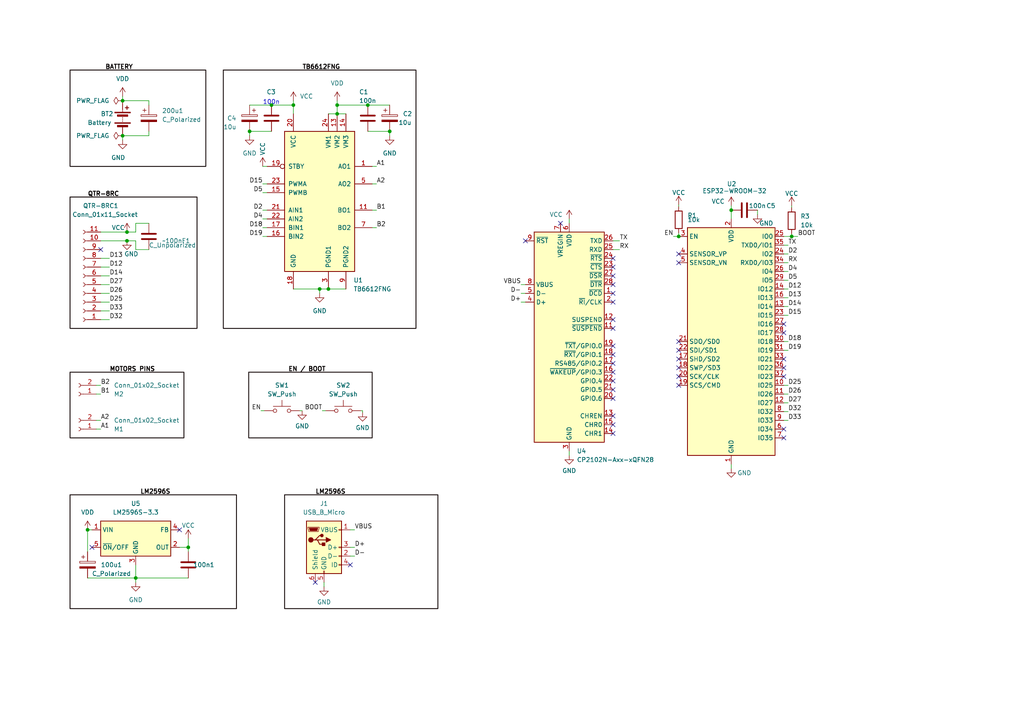
<source format=kicad_sch>
(kicad_sch (version 20230121) (generator eeschema)

  (uuid c92031bb-71b0-4e17-ac82-ae0bfe3ed072)

  (paper "A4")

  (title_block
    (title "LINEFOLLOWER SCHEMATIC")
    (date "2024-05-27")
    (rev "v0")
    (company "N/A")
    (comment 1 "N/A")
  )

  (lib_symbols
    (symbol "Connector:Conn_01x02_Socket" (pin_names (offset 1.016) hide) (in_bom yes) (on_board yes)
      (property "Reference" "J" (at 0 2.54 0)
        (effects (font (size 1.27 1.27)))
      )
      (property "Value" "Conn_01x02_Socket" (at 0 -5.08 0)
        (effects (font (size 1.27 1.27)))
      )
      (property "Footprint" "" (at 0 0 0)
        (effects (font (size 1.27 1.27)) hide)
      )
      (property "Datasheet" "~" (at 0 0 0)
        (effects (font (size 1.27 1.27)) hide)
      )
      (property "ki_locked" "" (at 0 0 0)
        (effects (font (size 1.27 1.27)))
      )
      (property "ki_keywords" "connector" (at 0 0 0)
        (effects (font (size 1.27 1.27)) hide)
      )
      (property "ki_description" "Generic connector, single row, 01x02, script generated" (at 0 0 0)
        (effects (font (size 1.27 1.27)) hide)
      )
      (property "ki_fp_filters" "Connector*:*_1x??_*" (at 0 0 0)
        (effects (font (size 1.27 1.27)) hide)
      )
      (symbol "Conn_01x02_Socket_1_1"
        (arc (start 0 -2.032) (mid -0.5058 -2.54) (end 0 -3.048)
          (stroke (width 0.1524) (type default))
          (fill (type none))
        )
        (polyline
          (pts
            (xy -1.27 -2.54)
            (xy -0.508 -2.54)
          )
          (stroke (width 0.1524) (type default))
          (fill (type none))
        )
        (polyline
          (pts
            (xy -1.27 0)
            (xy -0.508 0)
          )
          (stroke (width 0.1524) (type default))
          (fill (type none))
        )
        (arc (start 0 0.508) (mid -0.5058 0) (end 0 -0.508)
          (stroke (width 0.1524) (type default))
          (fill (type none))
        )
        (pin passive line (at -5.08 0 0) (length 3.81)
          (name "Pin_1" (effects (font (size 1.27 1.27))))
          (number "1" (effects (font (size 1.27 1.27))))
        )
        (pin passive line (at -5.08 -2.54 0) (length 3.81)
          (name "Pin_2" (effects (font (size 1.27 1.27))))
          (number "2" (effects (font (size 1.27 1.27))))
        )
      )
    )
    (symbol "Connector:Conn_01x11_Socket" (pin_names (offset 1.016) hide) (in_bom yes) (on_board yes)
      (property "Reference" "J" (at 0 15.24 0)
        (effects (font (size 1.27 1.27)))
      )
      (property "Value" "Conn_01x11_Socket" (at 0 -15.24 0)
        (effects (font (size 1.27 1.27)))
      )
      (property "Footprint" "" (at 0 0 0)
        (effects (font (size 1.27 1.27)) hide)
      )
      (property "Datasheet" "~" (at 0 0 0)
        (effects (font (size 1.27 1.27)) hide)
      )
      (property "ki_locked" "" (at 0 0 0)
        (effects (font (size 1.27 1.27)))
      )
      (property "ki_keywords" "connector" (at 0 0 0)
        (effects (font (size 1.27 1.27)) hide)
      )
      (property "ki_description" "Generic connector, single row, 01x11, script generated" (at 0 0 0)
        (effects (font (size 1.27 1.27)) hide)
      )
      (property "ki_fp_filters" "Connector*:*_1x??_*" (at 0 0 0)
        (effects (font (size 1.27 1.27)) hide)
      )
      (symbol "Conn_01x11_Socket_1_1"
        (arc (start 0 -12.192) (mid -0.5058 -12.7) (end 0 -13.208)
          (stroke (width 0.1524) (type default))
          (fill (type none))
        )
        (arc (start 0 -9.652) (mid -0.5058 -10.16) (end 0 -10.668)
          (stroke (width 0.1524) (type default))
          (fill (type none))
        )
        (arc (start 0 -7.112) (mid -0.5058 -7.62) (end 0 -8.128)
          (stroke (width 0.1524) (type default))
          (fill (type none))
        )
        (arc (start 0 -4.572) (mid -0.5058 -5.08) (end 0 -5.588)
          (stroke (width 0.1524) (type default))
          (fill (type none))
        )
        (arc (start 0 -2.032) (mid -0.5058 -2.54) (end 0 -3.048)
          (stroke (width 0.1524) (type default))
          (fill (type none))
        )
        (polyline
          (pts
            (xy -1.27 -12.7)
            (xy -0.508 -12.7)
          )
          (stroke (width 0.1524) (type default))
          (fill (type none))
        )
        (polyline
          (pts
            (xy -1.27 -10.16)
            (xy -0.508 -10.16)
          )
          (stroke (width 0.1524) (type default))
          (fill (type none))
        )
        (polyline
          (pts
            (xy -1.27 -7.62)
            (xy -0.508 -7.62)
          )
          (stroke (width 0.1524) (type default))
          (fill (type none))
        )
        (polyline
          (pts
            (xy -1.27 -5.08)
            (xy -0.508 -5.08)
          )
          (stroke (width 0.1524) (type default))
          (fill (type none))
        )
        (polyline
          (pts
            (xy -1.27 -2.54)
            (xy -0.508 -2.54)
          )
          (stroke (width 0.1524) (type default))
          (fill (type none))
        )
        (polyline
          (pts
            (xy -1.27 0)
            (xy -0.508 0)
          )
          (stroke (width 0.1524) (type default))
          (fill (type none))
        )
        (polyline
          (pts
            (xy -1.27 2.54)
            (xy -0.508 2.54)
          )
          (stroke (width 0.1524) (type default))
          (fill (type none))
        )
        (polyline
          (pts
            (xy -1.27 5.08)
            (xy -0.508 5.08)
          )
          (stroke (width 0.1524) (type default))
          (fill (type none))
        )
        (polyline
          (pts
            (xy -1.27 7.62)
            (xy -0.508 7.62)
          )
          (stroke (width 0.1524) (type default))
          (fill (type none))
        )
        (polyline
          (pts
            (xy -1.27 10.16)
            (xy -0.508 10.16)
          )
          (stroke (width 0.1524) (type default))
          (fill (type none))
        )
        (polyline
          (pts
            (xy -1.27 12.7)
            (xy -0.508 12.7)
          )
          (stroke (width 0.1524) (type default))
          (fill (type none))
        )
        (arc (start 0 0.508) (mid -0.5058 0) (end 0 -0.508)
          (stroke (width 0.1524) (type default))
          (fill (type none))
        )
        (arc (start 0 3.048) (mid -0.5058 2.54) (end 0 2.032)
          (stroke (width 0.1524) (type default))
          (fill (type none))
        )
        (arc (start 0 5.588) (mid -0.5058 5.08) (end 0 4.572)
          (stroke (width 0.1524) (type default))
          (fill (type none))
        )
        (arc (start 0 8.128) (mid -0.5058 7.62) (end 0 7.112)
          (stroke (width 0.1524) (type default))
          (fill (type none))
        )
        (arc (start 0 10.668) (mid -0.5058 10.16) (end 0 9.652)
          (stroke (width 0.1524) (type default))
          (fill (type none))
        )
        (arc (start 0 13.208) (mid -0.5058 12.7) (end 0 12.192)
          (stroke (width 0.1524) (type default))
          (fill (type none))
        )
        (pin passive line (at -5.08 12.7 0) (length 3.81)
          (name "Pin_1" (effects (font (size 1.27 1.27))))
          (number "1" (effects (font (size 1.27 1.27))))
        )
        (pin passive line (at -5.08 -10.16 0) (length 3.81)
          (name "Pin_10" (effects (font (size 1.27 1.27))))
          (number "10" (effects (font (size 1.27 1.27))))
        )
        (pin passive line (at -5.08 -12.7 0) (length 3.81)
          (name "Pin_11" (effects (font (size 1.27 1.27))))
          (number "11" (effects (font (size 1.27 1.27))))
        )
        (pin passive line (at -5.08 10.16 0) (length 3.81)
          (name "Pin_2" (effects (font (size 1.27 1.27))))
          (number "2" (effects (font (size 1.27 1.27))))
        )
        (pin passive line (at -5.08 7.62 0) (length 3.81)
          (name "Pin_3" (effects (font (size 1.27 1.27))))
          (number "3" (effects (font (size 1.27 1.27))))
        )
        (pin passive line (at -5.08 5.08 0) (length 3.81)
          (name "Pin_4" (effects (font (size 1.27 1.27))))
          (number "4" (effects (font (size 1.27 1.27))))
        )
        (pin passive line (at -5.08 2.54 0) (length 3.81)
          (name "Pin_5" (effects (font (size 1.27 1.27))))
          (number "5" (effects (font (size 1.27 1.27))))
        )
        (pin passive line (at -5.08 0 0) (length 3.81)
          (name "Pin_6" (effects (font (size 1.27 1.27))))
          (number "6" (effects (font (size 1.27 1.27))))
        )
        (pin passive line (at -5.08 -2.54 0) (length 3.81)
          (name "Pin_7" (effects (font (size 1.27 1.27))))
          (number "7" (effects (font (size 1.27 1.27))))
        )
        (pin passive line (at -5.08 -5.08 0) (length 3.81)
          (name "Pin_8" (effects (font (size 1.27 1.27))))
          (number "8" (effects (font (size 1.27 1.27))))
        )
        (pin passive line (at -5.08 -7.62 0) (length 3.81)
          (name "Pin_9" (effects (font (size 1.27 1.27))))
          (number "9" (effects (font (size 1.27 1.27))))
        )
      )
    )
    (symbol "Connector:USB_B_Micro" (pin_names (offset 1.016)) (in_bom yes) (on_board yes)
      (property "Reference" "J" (at -5.08 11.43 0)
        (effects (font (size 1.27 1.27)) (justify left))
      )
      (property "Value" "USB_B_Micro" (at -5.08 8.89 0)
        (effects (font (size 1.27 1.27)) (justify left))
      )
      (property "Footprint" "" (at 3.81 -1.27 0)
        (effects (font (size 1.27 1.27)) hide)
      )
      (property "Datasheet" "~" (at 3.81 -1.27 0)
        (effects (font (size 1.27 1.27)) hide)
      )
      (property "ki_keywords" "connector USB micro" (at 0 0 0)
        (effects (font (size 1.27 1.27)) hide)
      )
      (property "ki_description" "USB Micro Type B connector" (at 0 0 0)
        (effects (font (size 1.27 1.27)) hide)
      )
      (property "ki_fp_filters" "USB*" (at 0 0 0)
        (effects (font (size 1.27 1.27)) hide)
      )
      (symbol "USB_B_Micro_0_1"
        (rectangle (start -5.08 -7.62) (end 5.08 7.62)
          (stroke (width 0.254) (type default))
          (fill (type background))
        )
        (circle (center -3.81 2.159) (radius 0.635)
          (stroke (width 0.254) (type default))
          (fill (type outline))
        )
        (circle (center -0.635 3.429) (radius 0.381)
          (stroke (width 0.254) (type default))
          (fill (type outline))
        )
        (rectangle (start -0.127 -7.62) (end 0.127 -6.858)
          (stroke (width 0) (type default))
          (fill (type none))
        )
        (polyline
          (pts
            (xy -1.905 2.159)
            (xy 0.635 2.159)
          )
          (stroke (width 0.254) (type default))
          (fill (type none))
        )
        (polyline
          (pts
            (xy -3.175 2.159)
            (xy -2.54 2.159)
            (xy -1.27 3.429)
            (xy -0.635 3.429)
          )
          (stroke (width 0.254) (type default))
          (fill (type none))
        )
        (polyline
          (pts
            (xy -2.54 2.159)
            (xy -1.905 2.159)
            (xy -1.27 0.889)
            (xy 0 0.889)
          )
          (stroke (width 0.254) (type default))
          (fill (type none))
        )
        (polyline
          (pts
            (xy 0.635 2.794)
            (xy 0.635 1.524)
            (xy 1.905 2.159)
            (xy 0.635 2.794)
          )
          (stroke (width 0.254) (type default))
          (fill (type outline))
        )
        (polyline
          (pts
            (xy -4.318 5.588)
            (xy -1.778 5.588)
            (xy -2.032 4.826)
            (xy -4.064 4.826)
            (xy -4.318 5.588)
          )
          (stroke (width 0) (type default))
          (fill (type outline))
        )
        (polyline
          (pts
            (xy -4.699 5.842)
            (xy -4.699 5.588)
            (xy -4.445 4.826)
            (xy -4.445 4.572)
            (xy -1.651 4.572)
            (xy -1.651 4.826)
            (xy -1.397 5.588)
            (xy -1.397 5.842)
            (xy -4.699 5.842)
          )
          (stroke (width 0) (type default))
          (fill (type none))
        )
        (rectangle (start 0.254 1.27) (end -0.508 0.508)
          (stroke (width 0.254) (type default))
          (fill (type outline))
        )
        (rectangle (start 5.08 -5.207) (end 4.318 -4.953)
          (stroke (width 0) (type default))
          (fill (type none))
        )
        (rectangle (start 5.08 -2.667) (end 4.318 -2.413)
          (stroke (width 0) (type default))
          (fill (type none))
        )
        (rectangle (start 5.08 -0.127) (end 4.318 0.127)
          (stroke (width 0) (type default))
          (fill (type none))
        )
        (rectangle (start 5.08 4.953) (end 4.318 5.207)
          (stroke (width 0) (type default))
          (fill (type none))
        )
      )
      (symbol "USB_B_Micro_1_1"
        (pin power_out line (at 7.62 5.08 180) (length 2.54)
          (name "VBUS" (effects (font (size 1.27 1.27))))
          (number "1" (effects (font (size 1.27 1.27))))
        )
        (pin bidirectional line (at 7.62 -2.54 180) (length 2.54)
          (name "D-" (effects (font (size 1.27 1.27))))
          (number "2" (effects (font (size 1.27 1.27))))
        )
        (pin bidirectional line (at 7.62 0 180) (length 2.54)
          (name "D+" (effects (font (size 1.27 1.27))))
          (number "3" (effects (font (size 1.27 1.27))))
        )
        (pin passive line (at 7.62 -5.08 180) (length 2.54)
          (name "ID" (effects (font (size 1.27 1.27))))
          (number "4" (effects (font (size 1.27 1.27))))
        )
        (pin power_out line (at 0 -10.16 90) (length 2.54)
          (name "GND" (effects (font (size 1.27 1.27))))
          (number "5" (effects (font (size 1.27 1.27))))
        )
        (pin passive line (at -2.54 -10.16 90) (length 2.54)
          (name "Shield" (effects (font (size 1.27 1.27))))
          (number "6" (effects (font (size 1.27 1.27))))
        )
      )
    )
    (symbol "Device:Battery" (pin_numbers hide) (pin_names (offset 0) hide) (in_bom yes) (on_board yes)
      (property "Reference" "BT" (at 2.54 2.54 0)
        (effects (font (size 1.27 1.27)) (justify left))
      )
      (property "Value" "Battery" (at 2.54 0 0)
        (effects (font (size 1.27 1.27)) (justify left))
      )
      (property "Footprint" "" (at 0 1.524 90)
        (effects (font (size 1.27 1.27)) hide)
      )
      (property "Datasheet" "~" (at 0 1.524 90)
        (effects (font (size 1.27 1.27)) hide)
      )
      (property "ki_keywords" "batt voltage-source cell" (at 0 0 0)
        (effects (font (size 1.27 1.27)) hide)
      )
      (property "ki_description" "Multiple-cell battery" (at 0 0 0)
        (effects (font (size 1.27 1.27)) hide)
      )
      (symbol "Battery_0_1"
        (rectangle (start -2.286 -1.27) (end 2.286 -1.524)
          (stroke (width 0) (type default))
          (fill (type outline))
        )
        (rectangle (start -2.286 1.778) (end 2.286 1.524)
          (stroke (width 0) (type default))
          (fill (type outline))
        )
        (rectangle (start -1.524 -2.032) (end 1.524 -2.54)
          (stroke (width 0) (type default))
          (fill (type outline))
        )
        (rectangle (start -1.524 1.016) (end 1.524 0.508)
          (stroke (width 0) (type default))
          (fill (type outline))
        )
        (polyline
          (pts
            (xy 0 -1.016)
            (xy 0 -0.762)
          )
          (stroke (width 0) (type default))
          (fill (type none))
        )
        (polyline
          (pts
            (xy 0 -0.508)
            (xy 0 -0.254)
          )
          (stroke (width 0) (type default))
          (fill (type none))
        )
        (polyline
          (pts
            (xy 0 0)
            (xy 0 0.254)
          )
          (stroke (width 0) (type default))
          (fill (type none))
        )
        (polyline
          (pts
            (xy 0 1.778)
            (xy 0 2.54)
          )
          (stroke (width 0) (type default))
          (fill (type none))
        )
        (polyline
          (pts
            (xy 0.762 3.048)
            (xy 1.778 3.048)
          )
          (stroke (width 0.254) (type default))
          (fill (type none))
        )
        (polyline
          (pts
            (xy 1.27 3.556)
            (xy 1.27 2.54)
          )
          (stroke (width 0.254) (type default))
          (fill (type none))
        )
      )
      (symbol "Battery_1_1"
        (pin passive line (at 0 5.08 270) (length 2.54)
          (name "+" (effects (font (size 1.27 1.27))))
          (number "1" (effects (font (size 1.27 1.27))))
        )
        (pin passive line (at 0 -5.08 90) (length 2.54)
          (name "-" (effects (font (size 1.27 1.27))))
          (number "2" (effects (font (size 1.27 1.27))))
        )
      )
    )
    (symbol "Device:C" (pin_numbers hide) (pin_names (offset 0.254)) (in_bom yes) (on_board yes)
      (property "Reference" "C" (at 0.635 2.54 0)
        (effects (font (size 1.27 1.27)) (justify left))
      )
      (property "Value" "C" (at 0.635 -2.54 0)
        (effects (font (size 1.27 1.27)) (justify left))
      )
      (property "Footprint" "" (at 0.9652 -3.81 0)
        (effects (font (size 1.27 1.27)) hide)
      )
      (property "Datasheet" "~" (at 0 0 0)
        (effects (font (size 1.27 1.27)) hide)
      )
      (property "ki_keywords" "cap capacitor" (at 0 0 0)
        (effects (font (size 1.27 1.27)) hide)
      )
      (property "ki_description" "Unpolarized capacitor" (at 0 0 0)
        (effects (font (size 1.27 1.27)) hide)
      )
      (property "ki_fp_filters" "C_*" (at 0 0 0)
        (effects (font (size 1.27 1.27)) hide)
      )
      (symbol "C_0_1"
        (polyline
          (pts
            (xy -2.032 -0.762)
            (xy 2.032 -0.762)
          )
          (stroke (width 0.508) (type default))
          (fill (type none))
        )
        (polyline
          (pts
            (xy -2.032 0.762)
            (xy 2.032 0.762)
          )
          (stroke (width 0.508) (type default))
          (fill (type none))
        )
      )
      (symbol "C_1_1"
        (pin passive line (at 0 3.81 270) (length 2.794)
          (name "~" (effects (font (size 1.27 1.27))))
          (number "1" (effects (font (size 1.27 1.27))))
        )
        (pin passive line (at 0 -3.81 90) (length 2.794)
          (name "~" (effects (font (size 1.27 1.27))))
          (number "2" (effects (font (size 1.27 1.27))))
        )
      )
    )
    (symbol "Device:C_Polarized" (pin_numbers hide) (pin_names (offset 0.254)) (in_bom yes) (on_board yes)
      (property "Reference" "C" (at 0.635 2.54 0)
        (effects (font (size 1.27 1.27)) (justify left))
      )
      (property "Value" "C_Polarized" (at 0.635 -2.54 0)
        (effects (font (size 1.27 1.27)) (justify left))
      )
      (property "Footprint" "" (at 0.9652 -3.81 0)
        (effects (font (size 1.27 1.27)) hide)
      )
      (property "Datasheet" "~" (at 0 0 0)
        (effects (font (size 1.27 1.27)) hide)
      )
      (property "ki_keywords" "cap capacitor" (at 0 0 0)
        (effects (font (size 1.27 1.27)) hide)
      )
      (property "ki_description" "Polarized capacitor" (at 0 0 0)
        (effects (font (size 1.27 1.27)) hide)
      )
      (property "ki_fp_filters" "CP_*" (at 0 0 0)
        (effects (font (size 1.27 1.27)) hide)
      )
      (symbol "C_Polarized_0_1"
        (rectangle (start -2.286 0.508) (end 2.286 1.016)
          (stroke (width 0) (type default))
          (fill (type none))
        )
        (polyline
          (pts
            (xy -1.778 2.286)
            (xy -0.762 2.286)
          )
          (stroke (width 0) (type default))
          (fill (type none))
        )
        (polyline
          (pts
            (xy -1.27 2.794)
            (xy -1.27 1.778)
          )
          (stroke (width 0) (type default))
          (fill (type none))
        )
        (rectangle (start 2.286 -0.508) (end -2.286 -1.016)
          (stroke (width 0) (type default))
          (fill (type outline))
        )
      )
      (symbol "C_Polarized_1_1"
        (pin passive line (at 0 3.81 270) (length 2.794)
          (name "~" (effects (font (size 1.27 1.27))))
          (number "1" (effects (font (size 1.27 1.27))))
        )
        (pin passive line (at 0 -3.81 90) (length 2.794)
          (name "~" (effects (font (size 1.27 1.27))))
          (number "2" (effects (font (size 1.27 1.27))))
        )
      )
    )
    (symbol "Device:R" (pin_numbers hide) (pin_names (offset 0)) (in_bom yes) (on_board yes)
      (property "Reference" "R" (at 2.032 0 90)
        (effects (font (size 1.27 1.27)))
      )
      (property "Value" "R" (at 0 0 90)
        (effects (font (size 1.27 1.27)))
      )
      (property "Footprint" "" (at -1.778 0 90)
        (effects (font (size 1.27 1.27)) hide)
      )
      (property "Datasheet" "~" (at 0 0 0)
        (effects (font (size 1.27 1.27)) hide)
      )
      (property "ki_keywords" "R res resistor" (at 0 0 0)
        (effects (font (size 1.27 1.27)) hide)
      )
      (property "ki_description" "Resistor" (at 0 0 0)
        (effects (font (size 1.27 1.27)) hide)
      )
      (property "ki_fp_filters" "R_*" (at 0 0 0)
        (effects (font (size 1.27 1.27)) hide)
      )
      (symbol "R_0_1"
        (rectangle (start -1.016 -2.54) (end 1.016 2.54)
          (stroke (width 0.254) (type default))
          (fill (type none))
        )
      )
      (symbol "R_1_1"
        (pin passive line (at 0 3.81 270) (length 1.27)
          (name "~" (effects (font (size 1.27 1.27))))
          (number "1" (effects (font (size 1.27 1.27))))
        )
        (pin passive line (at 0 -3.81 90) (length 1.27)
          (name "~" (effects (font (size 1.27 1.27))))
          (number "2" (effects (font (size 1.27 1.27))))
        )
      )
    )
    (symbol "Driver_Motor:TB6612FNG" (pin_names (offset 1.016)) (in_bom yes) (on_board yes)
      (property "Reference" "U" (at 11.43 17.78 0)
        (effects (font (size 1.27 1.27)) (justify left))
      )
      (property "Value" "TB6612FNG" (at 11.43 15.24 0)
        (effects (font (size 1.27 1.27)) (justify left))
      )
      (property "Footprint" "Package_SO:SSOP-24_5.3x8.2mm_P0.65mm" (at 33.02 -22.86 0)
        (effects (font (size 1.27 1.27)) hide)
      )
      (property "Datasheet" "https://toshiba.semicon-storage.com/us/product/linear/motordriver/detail.TB6612FNG.html" (at 11.43 15.24 0)
        (effects (font (size 1.27 1.27)) hide)
      )
      (property "ki_keywords" "H-bridge motor driver" (at 0 0 0)
        (effects (font (size 1.27 1.27)) hide)
      )
      (property "ki_description" "Driver IC for Dual DC motor, SSOP-24" (at 0 0 0)
        (effects (font (size 1.27 1.27)) hide)
      )
      (property "ki_fp_filters" "SSOP-24*5.3x8.2mm*P0.65mm*" (at 0 0 0)
        (effects (font (size 1.27 1.27)) hide)
      )
      (symbol "TB6612FNG_0_1"
        (rectangle (start -10.16 20.32) (end 10.16 -20.32)
          (stroke (width 0.254) (type default))
          (fill (type background))
        )
      )
      (symbol "TB6612FNG_1_1"
        (pin output line (at 15.24 10.16 180) (length 5.08)
          (name "AO1" (effects (font (size 1.27 1.27))))
          (number "1" (effects (font (size 1.27 1.27))))
        )
        (pin passive line (at 7.62 -25.4 90) (length 5.08) hide
          (name "PGND2" (effects (font (size 1.27 1.27))))
          (number "10" (effects (font (size 1.27 1.27))))
        )
        (pin output line (at 15.24 -2.54 180) (length 5.08)
          (name "BO1" (effects (font (size 1.27 1.27))))
          (number "11" (effects (font (size 1.27 1.27))))
        )
        (pin passive line (at 15.24 -2.54 180) (length 5.08) hide
          (name "BO1" (effects (font (size 1.27 1.27))))
          (number "12" (effects (font (size 1.27 1.27))))
        )
        (pin power_in line (at 5.08 25.4 270) (length 5.08)
          (name "VM2" (effects (font (size 1.27 1.27))))
          (number "13" (effects (font (size 1.27 1.27))))
        )
        (pin power_in line (at 7.62 25.4 270) (length 5.08)
          (name "VM3" (effects (font (size 1.27 1.27))))
          (number "14" (effects (font (size 1.27 1.27))))
        )
        (pin input line (at -15.24 2.54 0) (length 5.08)
          (name "PWMB" (effects (font (size 1.27 1.27))))
          (number "15" (effects (font (size 1.27 1.27))))
        )
        (pin input line (at -15.24 -10.16 0) (length 5.08)
          (name "BIN2" (effects (font (size 1.27 1.27))))
          (number "16" (effects (font (size 1.27 1.27))))
        )
        (pin input line (at -15.24 -7.62 0) (length 5.08)
          (name "BIN1" (effects (font (size 1.27 1.27))))
          (number "17" (effects (font (size 1.27 1.27))))
        )
        (pin power_in line (at -7.62 -25.4 90) (length 5.08)
          (name "GND" (effects (font (size 1.27 1.27))))
          (number "18" (effects (font (size 1.27 1.27))))
        )
        (pin input inverted (at -15.24 10.16 0) (length 5.08)
          (name "STBY" (effects (font (size 1.27 1.27))))
          (number "19" (effects (font (size 1.27 1.27))))
        )
        (pin passive line (at 15.24 10.16 180) (length 5.08) hide
          (name "AO1" (effects (font (size 1.27 1.27))))
          (number "2" (effects (font (size 1.27 1.27))))
        )
        (pin power_in line (at -7.62 25.4 270) (length 5.08)
          (name "VCC" (effects (font (size 1.27 1.27))))
          (number "20" (effects (font (size 1.27 1.27))))
        )
        (pin input line (at -15.24 -2.54 0) (length 5.08)
          (name "AIN1" (effects (font (size 1.27 1.27))))
          (number "21" (effects (font (size 1.27 1.27))))
        )
        (pin input line (at -15.24 -5.08 0) (length 5.08)
          (name "AIN2" (effects (font (size 1.27 1.27))))
          (number "22" (effects (font (size 1.27 1.27))))
        )
        (pin input line (at -15.24 5.08 0) (length 5.08)
          (name "PWMA" (effects (font (size 1.27 1.27))))
          (number "23" (effects (font (size 1.27 1.27))))
        )
        (pin power_in line (at 2.54 25.4 270) (length 5.08)
          (name "VM1" (effects (font (size 1.27 1.27))))
          (number "24" (effects (font (size 1.27 1.27))))
        )
        (pin power_in line (at 2.54 -25.4 90) (length 5.08)
          (name "PGND1" (effects (font (size 1.27 1.27))))
          (number "3" (effects (font (size 1.27 1.27))))
        )
        (pin passive line (at 2.54 -25.4 90) (length 5.08) hide
          (name "PGND1" (effects (font (size 1.27 1.27))))
          (number "4" (effects (font (size 1.27 1.27))))
        )
        (pin output line (at 15.24 5.08 180) (length 5.08)
          (name "AO2" (effects (font (size 1.27 1.27))))
          (number "5" (effects (font (size 1.27 1.27))))
        )
        (pin passive line (at 15.24 5.08 180) (length 5.08) hide
          (name "AO2" (effects (font (size 1.27 1.27))))
          (number "6" (effects (font (size 1.27 1.27))))
        )
        (pin output line (at 15.24 -7.62 180) (length 5.08)
          (name "BO2" (effects (font (size 1.27 1.27))))
          (number "7" (effects (font (size 1.27 1.27))))
        )
        (pin passive line (at 15.24 -7.62 180) (length 5.08) hide
          (name "BO2" (effects (font (size 1.27 1.27))))
          (number "8" (effects (font (size 1.27 1.27))))
        )
        (pin power_in line (at 7.62 -25.4 90) (length 5.08)
          (name "PGND2" (effects (font (size 1.27 1.27))))
          (number "9" (effects (font (size 1.27 1.27))))
        )
      )
    )
    (symbol "Interface_USB:CP2102N-Axx-xQFN28" (in_bom yes) (on_board yes)
      (property "Reference" "U" (at -8.89 31.75 0)
        (effects (font (size 1.27 1.27)))
      )
      (property "Value" "CP2102N-Axx-xQFN28" (at 12.7 31.75 0)
        (effects (font (size 1.27 1.27)))
      )
      (property "Footprint" "Package_DFN_QFN:QFN-28-1EP_5x5mm_P0.5mm_EP3.35x3.35mm" (at 33.02 -31.75 0)
        (effects (font (size 1.27 1.27)) hide)
      )
      (property "Datasheet" "https://www.silabs.com/documents/public/data-sheets/cp2102n-datasheet.pdf" (at 1.27 -19.05 0)
        (effects (font (size 1.27 1.27)) hide)
      )
      (property "ki_keywords" "USB UART bridge" (at 0 0 0)
        (effects (font (size 1.27 1.27)) hide)
      )
      (property "ki_description" "USB to UART master bridge, QFN-28" (at 0 0 0)
        (effects (font (size 1.27 1.27)) hide)
      )
      (property "ki_fp_filters" "QFN*1EP*5x5mm*P0.5mm*" (at 0 0 0)
        (effects (font (size 1.27 1.27)) hide)
      )
      (symbol "CP2102N-Axx-xQFN28_0_1"
        (rectangle (start -10.16 30.48) (end 10.16 -30.48)
          (stroke (width 0.254) (type default))
          (fill (type background))
        )
      )
      (symbol "CP2102N-Axx-xQFN28_1_1"
        (pin input line (at 12.7 12.7 180) (length 2.54)
          (name "~{DCD}" (effects (font (size 1.27 1.27))))
          (number "1" (effects (font (size 1.27 1.27))))
        )
        (pin no_connect line (at -10.16 -27.94 0) (length 2.54) hide
          (name "NC" (effects (font (size 1.27 1.27))))
          (number "10" (effects (font (size 1.27 1.27))))
        )
        (pin output line (at 12.7 2.54 180) (length 2.54)
          (name "~{SUSPEND}" (effects (font (size 1.27 1.27))))
          (number "11" (effects (font (size 1.27 1.27))))
        )
        (pin output line (at 12.7 5.08 180) (length 2.54)
          (name "SUSPEND" (effects (font (size 1.27 1.27))))
          (number "12" (effects (font (size 1.27 1.27))))
        )
        (pin output line (at 12.7 -22.86 180) (length 2.54)
          (name "CHREN" (effects (font (size 1.27 1.27))))
          (number "13" (effects (font (size 1.27 1.27))))
        )
        (pin output line (at 12.7 -27.94 180) (length 2.54)
          (name "CHR1" (effects (font (size 1.27 1.27))))
          (number "14" (effects (font (size 1.27 1.27))))
        )
        (pin output line (at 12.7 -25.4 180) (length 2.54)
          (name "CHR0" (effects (font (size 1.27 1.27))))
          (number "15" (effects (font (size 1.27 1.27))))
        )
        (pin bidirectional line (at 12.7 -10.16 180) (length 2.54)
          (name "~{WAKEUP}/GPIO.3" (effects (font (size 1.27 1.27))))
          (number "16" (effects (font (size 1.27 1.27))))
        )
        (pin bidirectional line (at 12.7 -7.62 180) (length 2.54)
          (name "RS485/GPIO.2" (effects (font (size 1.27 1.27))))
          (number "17" (effects (font (size 1.27 1.27))))
        )
        (pin bidirectional line (at 12.7 -5.08 180) (length 2.54)
          (name "~{RXT}/GPIO.1" (effects (font (size 1.27 1.27))))
          (number "18" (effects (font (size 1.27 1.27))))
        )
        (pin bidirectional line (at 12.7 -2.54 180) (length 2.54)
          (name "~{TXT}/GPIO.0" (effects (font (size 1.27 1.27))))
          (number "19" (effects (font (size 1.27 1.27))))
        )
        (pin bidirectional line (at 12.7 10.16 180) (length 2.54)
          (name "~{RI}/CLK" (effects (font (size 1.27 1.27))))
          (number "2" (effects (font (size 1.27 1.27))))
        )
        (pin bidirectional line (at 12.7 -17.78 180) (length 2.54)
          (name "GPIO.6" (effects (font (size 1.27 1.27))))
          (number "20" (effects (font (size 1.27 1.27))))
        )
        (pin bidirectional line (at 12.7 -15.24 180) (length 2.54)
          (name "GPIO.5" (effects (font (size 1.27 1.27))))
          (number "21" (effects (font (size 1.27 1.27))))
        )
        (pin bidirectional line (at 12.7 -12.7 180) (length 2.54)
          (name "GPIO.4" (effects (font (size 1.27 1.27))))
          (number "22" (effects (font (size 1.27 1.27))))
        )
        (pin input line (at 12.7 20.32 180) (length 2.54)
          (name "~{CTS}" (effects (font (size 1.27 1.27))))
          (number "23" (effects (font (size 1.27 1.27))))
        )
        (pin output line (at 12.7 22.86 180) (length 2.54)
          (name "~{RTS}" (effects (font (size 1.27 1.27))))
          (number "24" (effects (font (size 1.27 1.27))))
        )
        (pin input line (at 12.7 25.4 180) (length 2.54)
          (name "RXD" (effects (font (size 1.27 1.27))))
          (number "25" (effects (font (size 1.27 1.27))))
        )
        (pin output line (at 12.7 27.94 180) (length 2.54)
          (name "TXD" (effects (font (size 1.27 1.27))))
          (number "26" (effects (font (size 1.27 1.27))))
        )
        (pin input line (at 12.7 17.78 180) (length 2.54)
          (name "~{DSR}" (effects (font (size 1.27 1.27))))
          (number "27" (effects (font (size 1.27 1.27))))
        )
        (pin output line (at 12.7 15.24 180) (length 2.54)
          (name "~{DTR}" (effects (font (size 1.27 1.27))))
          (number "28" (effects (font (size 1.27 1.27))))
        )
        (pin passive line (at 0 -33.02 90) (length 2.54) hide
          (name "GND" (effects (font (size 1.27 1.27))))
          (number "29" (effects (font (size 1.27 1.27))))
        )
        (pin power_in line (at 0 -33.02 90) (length 2.54)
          (name "GND" (effects (font (size 1.27 1.27))))
          (number "3" (effects (font (size 1.27 1.27))))
        )
        (pin bidirectional line (at -12.7 10.16 0) (length 2.54)
          (name "D+" (effects (font (size 1.27 1.27))))
          (number "4" (effects (font (size 1.27 1.27))))
        )
        (pin bidirectional line (at -12.7 12.7 0) (length 2.54)
          (name "D-" (effects (font (size 1.27 1.27))))
          (number "5" (effects (font (size 1.27 1.27))))
        )
        (pin power_in line (at 0 33.02 270) (length 2.54)
          (name "VDD" (effects (font (size 1.27 1.27))))
          (number "6" (effects (font (size 1.27 1.27))))
        )
        (pin power_in line (at -2.54 33.02 270) (length 2.54)
          (name "VREGIN" (effects (font (size 1.27 1.27))))
          (number "7" (effects (font (size 1.27 1.27))))
        )
        (pin input line (at -12.7 15.24 0) (length 2.54)
          (name "VBUS" (effects (font (size 1.27 1.27))))
          (number "8" (effects (font (size 1.27 1.27))))
        )
        (pin input line (at -12.7 27.94 0) (length 2.54)
          (name "~{RST}" (effects (font (size 1.27 1.27))))
          (number "9" (effects (font (size 1.27 1.27))))
        )
      )
    )
    (symbol "RF_Module:ESP32-WROOM-32" (in_bom yes) (on_board yes)
      (property "Reference" "U" (at -12.7 34.29 0)
        (effects (font (size 1.27 1.27)) (justify left))
      )
      (property "Value" "ESP32-WROOM-32" (at 1.27 34.29 0)
        (effects (font (size 1.27 1.27)) (justify left))
      )
      (property "Footprint" "RF_Module:ESP32-WROOM-32" (at 0 -38.1 0)
        (effects (font (size 1.27 1.27)) hide)
      )
      (property "Datasheet" "https://www.espressif.com/sites/default/files/documentation/esp32-wroom-32_datasheet_en.pdf" (at -7.62 1.27 0)
        (effects (font (size 1.27 1.27)) hide)
      )
      (property "ki_keywords" "RF Radio BT ESP ESP32 Espressif onboard PCB antenna" (at 0 0 0)
        (effects (font (size 1.27 1.27)) hide)
      )
      (property "ki_description" "RF Module, ESP32-D0WDQ6 SoC, Wi-Fi 802.11b/g/n, Bluetooth, BLE, 32-bit, 2.7-3.6V, onboard antenna, SMD" (at 0 0 0)
        (effects (font (size 1.27 1.27)) hide)
      )
      (property "ki_fp_filters" "ESP32?WROOM?32*" (at 0 0 0)
        (effects (font (size 1.27 1.27)) hide)
      )
      (symbol "ESP32-WROOM-32_0_1"
        (rectangle (start -12.7 33.02) (end 12.7 -33.02)
          (stroke (width 0.254) (type default))
          (fill (type background))
        )
      )
      (symbol "ESP32-WROOM-32_1_1"
        (pin power_in line (at 0 -35.56 90) (length 2.54)
          (name "GND" (effects (font (size 1.27 1.27))))
          (number "1" (effects (font (size 1.27 1.27))))
        )
        (pin bidirectional line (at 15.24 -12.7 180) (length 2.54)
          (name "IO25" (effects (font (size 1.27 1.27))))
          (number "10" (effects (font (size 1.27 1.27))))
        )
        (pin bidirectional line (at 15.24 -15.24 180) (length 2.54)
          (name "IO26" (effects (font (size 1.27 1.27))))
          (number "11" (effects (font (size 1.27 1.27))))
        )
        (pin bidirectional line (at 15.24 -17.78 180) (length 2.54)
          (name "IO27" (effects (font (size 1.27 1.27))))
          (number "12" (effects (font (size 1.27 1.27))))
        )
        (pin bidirectional line (at 15.24 10.16 180) (length 2.54)
          (name "IO14" (effects (font (size 1.27 1.27))))
          (number "13" (effects (font (size 1.27 1.27))))
        )
        (pin bidirectional line (at 15.24 15.24 180) (length 2.54)
          (name "IO12" (effects (font (size 1.27 1.27))))
          (number "14" (effects (font (size 1.27 1.27))))
        )
        (pin passive line (at 0 -35.56 90) (length 2.54) hide
          (name "GND" (effects (font (size 1.27 1.27))))
          (number "15" (effects (font (size 1.27 1.27))))
        )
        (pin bidirectional line (at 15.24 12.7 180) (length 2.54)
          (name "IO13" (effects (font (size 1.27 1.27))))
          (number "16" (effects (font (size 1.27 1.27))))
        )
        (pin bidirectional line (at -15.24 -5.08 0) (length 2.54)
          (name "SHD/SD2" (effects (font (size 1.27 1.27))))
          (number "17" (effects (font (size 1.27 1.27))))
        )
        (pin bidirectional line (at -15.24 -7.62 0) (length 2.54)
          (name "SWP/SD3" (effects (font (size 1.27 1.27))))
          (number "18" (effects (font (size 1.27 1.27))))
        )
        (pin bidirectional line (at -15.24 -12.7 0) (length 2.54)
          (name "SCS/CMD" (effects (font (size 1.27 1.27))))
          (number "19" (effects (font (size 1.27 1.27))))
        )
        (pin power_in line (at 0 35.56 270) (length 2.54)
          (name "VDD" (effects (font (size 1.27 1.27))))
          (number "2" (effects (font (size 1.27 1.27))))
        )
        (pin bidirectional line (at -15.24 -10.16 0) (length 2.54)
          (name "SCK/CLK" (effects (font (size 1.27 1.27))))
          (number "20" (effects (font (size 1.27 1.27))))
        )
        (pin bidirectional line (at -15.24 0 0) (length 2.54)
          (name "SDO/SD0" (effects (font (size 1.27 1.27))))
          (number "21" (effects (font (size 1.27 1.27))))
        )
        (pin bidirectional line (at -15.24 -2.54 0) (length 2.54)
          (name "SDI/SD1" (effects (font (size 1.27 1.27))))
          (number "22" (effects (font (size 1.27 1.27))))
        )
        (pin bidirectional line (at 15.24 7.62 180) (length 2.54)
          (name "IO15" (effects (font (size 1.27 1.27))))
          (number "23" (effects (font (size 1.27 1.27))))
        )
        (pin bidirectional line (at 15.24 25.4 180) (length 2.54)
          (name "IO2" (effects (font (size 1.27 1.27))))
          (number "24" (effects (font (size 1.27 1.27))))
        )
        (pin bidirectional line (at 15.24 30.48 180) (length 2.54)
          (name "IO0" (effects (font (size 1.27 1.27))))
          (number "25" (effects (font (size 1.27 1.27))))
        )
        (pin bidirectional line (at 15.24 20.32 180) (length 2.54)
          (name "IO4" (effects (font (size 1.27 1.27))))
          (number "26" (effects (font (size 1.27 1.27))))
        )
        (pin bidirectional line (at 15.24 5.08 180) (length 2.54)
          (name "IO16" (effects (font (size 1.27 1.27))))
          (number "27" (effects (font (size 1.27 1.27))))
        )
        (pin bidirectional line (at 15.24 2.54 180) (length 2.54)
          (name "IO17" (effects (font (size 1.27 1.27))))
          (number "28" (effects (font (size 1.27 1.27))))
        )
        (pin bidirectional line (at 15.24 17.78 180) (length 2.54)
          (name "IO5" (effects (font (size 1.27 1.27))))
          (number "29" (effects (font (size 1.27 1.27))))
        )
        (pin input line (at -15.24 30.48 0) (length 2.54)
          (name "EN" (effects (font (size 1.27 1.27))))
          (number "3" (effects (font (size 1.27 1.27))))
        )
        (pin bidirectional line (at 15.24 0 180) (length 2.54)
          (name "IO18" (effects (font (size 1.27 1.27))))
          (number "30" (effects (font (size 1.27 1.27))))
        )
        (pin bidirectional line (at 15.24 -2.54 180) (length 2.54)
          (name "IO19" (effects (font (size 1.27 1.27))))
          (number "31" (effects (font (size 1.27 1.27))))
        )
        (pin no_connect line (at -12.7 -27.94 0) (length 2.54) hide
          (name "NC" (effects (font (size 1.27 1.27))))
          (number "32" (effects (font (size 1.27 1.27))))
        )
        (pin bidirectional line (at 15.24 -5.08 180) (length 2.54)
          (name "IO21" (effects (font (size 1.27 1.27))))
          (number "33" (effects (font (size 1.27 1.27))))
        )
        (pin bidirectional line (at 15.24 22.86 180) (length 2.54)
          (name "RXD0/IO3" (effects (font (size 1.27 1.27))))
          (number "34" (effects (font (size 1.27 1.27))))
        )
        (pin bidirectional line (at 15.24 27.94 180) (length 2.54)
          (name "TXD0/IO1" (effects (font (size 1.27 1.27))))
          (number "35" (effects (font (size 1.27 1.27))))
        )
        (pin bidirectional line (at 15.24 -7.62 180) (length 2.54)
          (name "IO22" (effects (font (size 1.27 1.27))))
          (number "36" (effects (font (size 1.27 1.27))))
        )
        (pin bidirectional line (at 15.24 -10.16 180) (length 2.54)
          (name "IO23" (effects (font (size 1.27 1.27))))
          (number "37" (effects (font (size 1.27 1.27))))
        )
        (pin passive line (at 0 -35.56 90) (length 2.54) hide
          (name "GND" (effects (font (size 1.27 1.27))))
          (number "38" (effects (font (size 1.27 1.27))))
        )
        (pin passive line (at 0 -35.56 90) (length 2.54) hide
          (name "GND" (effects (font (size 1.27 1.27))))
          (number "39" (effects (font (size 1.27 1.27))))
        )
        (pin input line (at -15.24 25.4 0) (length 2.54)
          (name "SENSOR_VP" (effects (font (size 1.27 1.27))))
          (number "4" (effects (font (size 1.27 1.27))))
        )
        (pin input line (at -15.24 22.86 0) (length 2.54)
          (name "SENSOR_VN" (effects (font (size 1.27 1.27))))
          (number "5" (effects (font (size 1.27 1.27))))
        )
        (pin input line (at 15.24 -25.4 180) (length 2.54)
          (name "IO34" (effects (font (size 1.27 1.27))))
          (number "6" (effects (font (size 1.27 1.27))))
        )
        (pin input line (at 15.24 -27.94 180) (length 2.54)
          (name "IO35" (effects (font (size 1.27 1.27))))
          (number "7" (effects (font (size 1.27 1.27))))
        )
        (pin bidirectional line (at 15.24 -20.32 180) (length 2.54)
          (name "IO32" (effects (font (size 1.27 1.27))))
          (number "8" (effects (font (size 1.27 1.27))))
        )
        (pin bidirectional line (at 15.24 -22.86 180) (length 2.54)
          (name "IO33" (effects (font (size 1.27 1.27))))
          (number "9" (effects (font (size 1.27 1.27))))
        )
      )
    )
    (symbol "Regulator_Switching:LM2596S-3.3" (in_bom yes) (on_board yes)
      (property "Reference" "U5" (at 0 10.16 0)
        (effects (font (size 1.27 1.27)))
      )
      (property "Value" "LM2596S-3.3" (at 0 7.62 0)
        (effects (font (size 1.27 1.27)))
      )
      (property "Footprint" "Package_TO_SOT_SMD:TO-263-5_TabPin3" (at 1.27 -6.35 0)
        (effects (font (size 1.27 1.27) italic) (justify left) hide)
      )
      (property "Datasheet" "http://www.ti.com/lit/ds/symlink/lm2596.pdf" (at 0 0 0)
        (effects (font (size 1.27 1.27)) hide)
      )
      (property "ki_keywords" "Step-Down Voltage Regulator 3.3V 3A" (at 0 0 0)
        (effects (font (size 1.27 1.27)) hide)
      )
      (property "ki_description" "3.3V 3A Step-Down Voltage Regulator, TO-263" (at 0 0 0)
        (effects (font (size 1.27 1.27)) hide)
      )
      (property "ki_fp_filters" "TO?263*" (at 0 0 0)
        (effects (font (size 1.27 1.27)) hide)
      )
      (symbol "LM2596S-3.3_0_1"
        (rectangle (start -10.16 5.08) (end 10.16 -5.08)
          (stroke (width 0.254) (type default))
          (fill (type background))
        )
      )
      (symbol "LM2596S-3.3_1_1"
        (pin power_in line (at -12.7 2.54 0) (length 2.54)
          (name "VIN" (effects (font (size 1.27 1.27))))
          (number "1" (effects (font (size 1.27 1.27))))
        )
        (pin power_out line (at 12.7 -2.54 180) (length 2.54)
          (name "OUT" (effects (font (size 1.27 1.27))))
          (number "2" (effects (font (size 1.27 1.27))))
        )
        (pin power_in line (at 0 -7.62 90) (length 2.54)
          (name "GND" (effects (font (size 1.27 1.27))))
          (number "3" (effects (font (size 1.27 1.27))))
        )
        (pin input line (at 12.7 2.54 180) (length 2.54)
          (name "FB" (effects (font (size 1.27 1.27))))
          (number "4" (effects (font (size 1.27 1.27))))
        )
        (pin input line (at -12.7 -2.54 0) (length 2.54)
          (name "~{ON}/OFF" (effects (font (size 1.27 1.27))))
          (number "5" (effects (font (size 1.27 1.27))))
        )
      )
    )
    (symbol "Switch:SW_Push" (pin_numbers hide) (pin_names (offset 1.016) hide) (in_bom yes) (on_board yes)
      (property "Reference" "SW" (at 1.27 2.54 0)
        (effects (font (size 1.27 1.27)) (justify left))
      )
      (property "Value" "SW_Push" (at 0 -1.524 0)
        (effects (font (size 1.27 1.27)))
      )
      (property "Footprint" "" (at 0 5.08 0)
        (effects (font (size 1.27 1.27)) hide)
      )
      (property "Datasheet" "~" (at 0 5.08 0)
        (effects (font (size 1.27 1.27)) hide)
      )
      (property "ki_keywords" "switch normally-open pushbutton push-button" (at 0 0 0)
        (effects (font (size 1.27 1.27)) hide)
      )
      (property "ki_description" "Push button switch, generic, two pins" (at 0 0 0)
        (effects (font (size 1.27 1.27)) hide)
      )
      (symbol "SW_Push_0_1"
        (circle (center -2.032 0) (radius 0.508)
          (stroke (width 0) (type default))
          (fill (type none))
        )
        (polyline
          (pts
            (xy 0 1.27)
            (xy 0 3.048)
          )
          (stroke (width 0) (type default))
          (fill (type none))
        )
        (polyline
          (pts
            (xy 2.54 1.27)
            (xy -2.54 1.27)
          )
          (stroke (width 0) (type default))
          (fill (type none))
        )
        (circle (center 2.032 0) (radius 0.508)
          (stroke (width 0) (type default))
          (fill (type none))
        )
        (pin passive line (at -5.08 0 0) (length 2.54)
          (name "1" (effects (font (size 1.27 1.27))))
          (number "1" (effects (font (size 1.27 1.27))))
        )
        (pin passive line (at 5.08 0 180) (length 2.54)
          (name "2" (effects (font (size 1.27 1.27))))
          (number "2" (effects (font (size 1.27 1.27))))
        )
      )
    )
    (symbol "VCC_1" (power) (pin_names (offset 0)) (in_bom yes) (on_board yes)
      (property "Reference" "#PWR08" (at 0 -3.81 0)
        (effects (font (size 1.27 1.27)) hide)
      )
      (property "Value" "VCC" (at 0 3.81 0)
        (effects (font (size 1.27 1.27)))
      )
      (property "Footprint" "" (at 0 0 0)
        (effects (font (size 1.27 1.27)) hide)
      )
      (property "Datasheet" "" (at 0 0 0)
        (effects (font (size 1.27 1.27)) hide)
      )
      (property "ki_keywords" "global power" (at 0 0 0)
        (effects (font (size 1.27 1.27)) hide)
      )
      (property "ki_description" "Power symbol creates a global label with name \"VCC\"" (at 0 0 0)
        (effects (font (size 1.27 1.27)) hide)
      )
      (symbol "VCC_1_0_1"
        (polyline
          (pts
            (xy -0.762 1.27)
            (xy 0 2.54)
          )
          (stroke (width 0) (type default))
          (fill (type none))
        )
        (polyline
          (pts
            (xy 0 0)
            (xy 0 2.54)
          )
          (stroke (width 0) (type default))
          (fill (type none))
        )
        (polyline
          (pts
            (xy 0 2.54)
            (xy 0.762 1.27)
          )
          (stroke (width 0) (type default))
          (fill (type none))
        )
      )
      (symbol "VCC_1_1_1"
        (pin power_in line (at 0 0 90) (length 0) hide
          (name "VCC" (effects (font (size 1.27 1.27))))
          (number "1" (effects (font (size 1.27 1.27))))
        )
      )
    )
    (symbol "VCC_2" (power) (pin_names (offset 0)) (in_bom yes) (on_board yes)
      (property "Reference" "#PWR03" (at 0 -3.81 0)
        (effects (font (size 1.27 1.27)) hide)
      )
      (property "Value" "VCC_2" (at -2.54 1.27 0)
        (effects (font (size 1.27 1.27)))
      )
      (property "Footprint" "" (at 0 0 0)
        (effects (font (size 1.27 1.27)) hide)
      )
      (property "Datasheet" "" (at 0 0 0)
        (effects (font (size 1.27 1.27)) hide)
      )
      (property "ki_keywords" "global power" (at 0 0 0)
        (effects (font (size 1.27 1.27)) hide)
      )
      (property "ki_description" "Power symbol creates a global label with name \"VCC\"" (at 0 0 0)
        (effects (font (size 1.27 1.27)) hide)
      )
      (symbol "VCC_2_0_1"
        (polyline
          (pts
            (xy -0.762 1.27)
            (xy 0 2.54)
          )
          (stroke (width 0) (type default))
          (fill (type none))
        )
        (polyline
          (pts
            (xy 0 0)
            (xy 0 2.54)
          )
          (stroke (width 0) (type default))
          (fill (type none))
        )
        (polyline
          (pts
            (xy 0 2.54)
            (xy 0.762 1.27)
          )
          (stroke (width 0) (type default))
          (fill (type none))
        )
      )
      (symbol "VCC_2_1_1"
        (pin power_in line (at 0 0 90) (length 0) hide
          (name "VCC" (effects (font (size 1.27 1.27))))
          (number "1" (effects (font (size 1.27 1.27))))
        )
      )
    )
    (symbol "VCC_3" (power) (pin_names (offset 0)) (in_bom yes) (on_board yes)
      (property "Reference" "#PWR019" (at 0 -3.81 0)
        (effects (font (size 1.27 1.27)) hide)
      )
      (property "Value" "VCC_3" (at 0 3.556 0)
        (effects (font (size 1.27 1.27)))
      )
      (property "Footprint" "" (at 0 0 0)
        (effects (font (size 1.27 1.27)) hide)
      )
      (property "Datasheet" "" (at 0 0 0)
        (effects (font (size 1.27 1.27)) hide)
      )
      (property "ki_keywords" "global power" (at 0 0 0)
        (effects (font (size 1.27 1.27)) hide)
      )
      (property "ki_description" "Power symbol creates a global label with name \"VCC\"" (at 0 0 0)
        (effects (font (size 1.27 1.27)) hide)
      )
      (symbol "VCC_3_0_1"
        (polyline
          (pts
            (xy -0.762 1.27)
            (xy 0 2.54)
          )
          (stroke (width 0) (type default))
          (fill (type none))
        )
        (polyline
          (pts
            (xy 0 0)
            (xy 0 2.54)
          )
          (stroke (width 0) (type default))
          (fill (type none))
        )
        (polyline
          (pts
            (xy 0 2.54)
            (xy 0.762 1.27)
          )
          (stroke (width 0) (type default))
          (fill (type none))
        )
      )
      (symbol "VCC_3_1_1"
        (pin power_in line (at 0 0 90) (length 0) hide
          (name "VCC" (effects (font (size 1.27 1.27))))
          (number "1" (effects (font (size 1.27 1.27))))
        )
      )
    )
    (symbol "VCC_4" (power) (pin_names (offset 0)) (in_bom yes) (on_board yes)
      (property "Reference" "#PWR010" (at 0 -3.81 0)
        (effects (font (size 1.27 1.27)) hide)
      )
      (property "Value" "VCC_4" (at -3.81 1.27 0)
        (effects (font (size 1.27 1.27)))
      )
      (property "Footprint" "" (at 0 0 0)
        (effects (font (size 1.27 1.27)) hide)
      )
      (property "Datasheet" "" (at 0 0 0)
        (effects (font (size 1.27 1.27)) hide)
      )
      (property "ki_keywords" "global power" (at 0 0 0)
        (effects (font (size 1.27 1.27)) hide)
      )
      (property "ki_description" "Power symbol creates a global label with name \"VCC\"" (at 0 0 0)
        (effects (font (size 1.27 1.27)) hide)
      )
      (symbol "VCC_4_0_1"
        (polyline
          (pts
            (xy -0.762 1.27)
            (xy 0 2.54)
          )
          (stroke (width 0) (type default))
          (fill (type none))
        )
        (polyline
          (pts
            (xy 0 0)
            (xy 0 2.54)
          )
          (stroke (width 0) (type default))
          (fill (type none))
        )
        (polyline
          (pts
            (xy 0 2.54)
            (xy 0.762 1.27)
          )
          (stroke (width 0) (type default))
          (fill (type none))
        )
      )
      (symbol "VCC_4_1_1"
        (pin power_in line (at 0 0 90) (length 0) hide
          (name "VCC" (effects (font (size 1.27 1.27))))
          (number "1" (effects (font (size 1.27 1.27))))
        )
      )
    )
    (symbol "power:GND" (power) (pin_names (offset 0)) (in_bom yes) (on_board yes)
      (property "Reference" "#PWR" (at 0 -6.35 0)
        (effects (font (size 1.27 1.27)) hide)
      )
      (property "Value" "GND" (at 0 -3.81 0)
        (effects (font (size 1.27 1.27)))
      )
      (property "Footprint" "" (at 0 0 0)
        (effects (font (size 1.27 1.27)) hide)
      )
      (property "Datasheet" "" (at 0 0 0)
        (effects (font (size 1.27 1.27)) hide)
      )
      (property "ki_keywords" "global power" (at 0 0 0)
        (effects (font (size 1.27 1.27)) hide)
      )
      (property "ki_description" "Power symbol creates a global label with name \"GND\" , ground" (at 0 0 0)
        (effects (font (size 1.27 1.27)) hide)
      )
      (symbol "GND_0_1"
        (polyline
          (pts
            (xy 0 0)
            (xy 0 -1.27)
            (xy 1.27 -1.27)
            (xy 0 -2.54)
            (xy -1.27 -1.27)
            (xy 0 -1.27)
          )
          (stroke (width 0) (type default))
          (fill (type none))
        )
      )
      (symbol "GND_1_1"
        (pin power_in line (at 0 0 270) (length 0) hide
          (name "GND" (effects (font (size 1.27 1.27))))
          (number "1" (effects (font (size 1.27 1.27))))
        )
      )
    )
    (symbol "power:PWR_FLAG" (power) (pin_numbers hide) (pin_names (offset 0) hide) (in_bom yes) (on_board yes)
      (property "Reference" "#FLG" (at 0 1.905 0)
        (effects (font (size 1.27 1.27)) hide)
      )
      (property "Value" "PWR_FLAG" (at 0 3.81 0)
        (effects (font (size 1.27 1.27)))
      )
      (property "Footprint" "" (at 0 0 0)
        (effects (font (size 1.27 1.27)) hide)
      )
      (property "Datasheet" "~" (at 0 0 0)
        (effects (font (size 1.27 1.27)) hide)
      )
      (property "ki_keywords" "flag power" (at 0 0 0)
        (effects (font (size 1.27 1.27)) hide)
      )
      (property "ki_description" "Special symbol for telling ERC where power comes from" (at 0 0 0)
        (effects (font (size 1.27 1.27)) hide)
      )
      (symbol "PWR_FLAG_0_0"
        (pin power_out line (at 0 0 90) (length 0)
          (name "pwr" (effects (font (size 1.27 1.27))))
          (number "1" (effects (font (size 1.27 1.27))))
        )
      )
      (symbol "PWR_FLAG_0_1"
        (polyline
          (pts
            (xy 0 0)
            (xy 0 1.27)
            (xy -1.016 1.905)
            (xy 0 2.54)
            (xy 1.016 1.905)
            (xy 0 1.27)
          )
          (stroke (width 0) (type default))
          (fill (type none))
        )
      )
    )
    (symbol "power:VCC" (power) (pin_names (offset 0)) (in_bom yes) (on_board yes)
      (property "Reference" "#PWR" (at 0 -3.81 0)
        (effects (font (size 1.27 1.27)) hide)
      )
      (property "Value" "VCC" (at 0 3.81 0)
        (effects (font (size 1.27 1.27)))
      )
      (property "Footprint" "" (at 0 0 0)
        (effects (font (size 1.27 1.27)) hide)
      )
      (property "Datasheet" "" (at 0 0 0)
        (effects (font (size 1.27 1.27)) hide)
      )
      (property "ki_keywords" "global power" (at 0 0 0)
        (effects (font (size 1.27 1.27)) hide)
      )
      (property "ki_description" "Power symbol creates a global label with name \"VCC\"" (at 0 0 0)
        (effects (font (size 1.27 1.27)) hide)
      )
      (symbol "VCC_0_1"
        (polyline
          (pts
            (xy -0.762 1.27)
            (xy 0 2.54)
          )
          (stroke (width 0) (type default))
          (fill (type none))
        )
        (polyline
          (pts
            (xy 0 0)
            (xy 0 2.54)
          )
          (stroke (width 0) (type default))
          (fill (type none))
        )
        (polyline
          (pts
            (xy 0 2.54)
            (xy 0.762 1.27)
          )
          (stroke (width 0) (type default))
          (fill (type none))
        )
      )
      (symbol "VCC_1_1"
        (pin power_in line (at 0 0 90) (length 0) hide
          (name "VCC" (effects (font (size 1.27 1.27))))
          (number "1" (effects (font (size 1.27 1.27))))
        )
      )
    )
    (symbol "power:VDD" (power) (pin_names (offset 0)) (in_bom yes) (on_board yes)
      (property "Reference" "#PWR" (at 0 -3.81 0)
        (effects (font (size 1.27 1.27)) hide)
      )
      (property "Value" "VDD" (at 0 3.81 0)
        (effects (font (size 1.27 1.27)))
      )
      (property "Footprint" "" (at 0 0 0)
        (effects (font (size 1.27 1.27)) hide)
      )
      (property "Datasheet" "" (at 0 0 0)
        (effects (font (size 1.27 1.27)) hide)
      )
      (property "ki_keywords" "global power" (at 0 0 0)
        (effects (font (size 1.27 1.27)) hide)
      )
      (property "ki_description" "Power symbol creates a global label with name \"VDD\"" (at 0 0 0)
        (effects (font (size 1.27 1.27)) hide)
      )
      (symbol "VDD_0_1"
        (polyline
          (pts
            (xy -0.762 1.27)
            (xy 0 2.54)
          )
          (stroke (width 0) (type default))
          (fill (type none))
        )
        (polyline
          (pts
            (xy 0 0)
            (xy 0 2.54)
          )
          (stroke (width 0) (type default))
          (fill (type none))
        )
        (polyline
          (pts
            (xy 0 2.54)
            (xy 0.762 1.27)
          )
          (stroke (width 0) (type default))
          (fill (type none))
        )
      )
      (symbol "VDD_1_1"
        (pin power_in line (at 0 0 90) (length 0) hide
          (name "VDD" (effects (font (size 1.27 1.27))))
          (number "1" (effects (font (size 1.27 1.27))))
        )
      )
    )
  )

  (junction (at 97.79 30.48) (diameter 0) (color 0 0 0 0)
    (uuid 013f8c8a-ecb1-4f22-b095-2c517a958ce1)
  )
  (junction (at 212.09 60.96) (diameter 0) (color 0 0 0 0)
    (uuid 0379852c-ed2e-4556-9944-b1d1b1cd9c63)
  )
  (junction (at 78.74 30.48) (diameter 0) (color 0 0 0 0)
    (uuid 2d597937-3ff9-4506-afae-1c01c9b0372a)
  )
  (junction (at 95.25 83.82) (diameter 0) (color 0 0 0 0)
    (uuid 2e0282d7-e570-4407-baeb-0d64843c2fc2)
  )
  (junction (at 85.09 30.48) (diameter 0) (color 0 0 0 0)
    (uuid 3c707bab-3f53-4701-89b1-fec9f498fcd1)
  )
  (junction (at 72.39 38.1) (diameter 0) (color 0 0 0 0)
    (uuid 482a2b4b-f3bd-436c-b5e2-c6931f57c049)
  )
  (junction (at 36.83 69.85) (diameter 0) (color 0 0 0 0)
    (uuid 6914ad46-d19d-4235-b429-cc2e635513bd)
  )
  (junction (at 196.85 68.58) (diameter 0) (color 0 0 0 0)
    (uuid 6a4e4719-56aa-4ba8-8d99-7df5b76492ca)
  )
  (junction (at 97.79 33.02) (diameter 0) (color 0 0 0 0)
    (uuid 6ea476eb-4432-484f-9559-397410b3dcb7)
  )
  (junction (at 92.71 83.82) (diameter 0) (color 0 0 0 0)
    (uuid 70fcee14-22e0-4c37-b380-f7fd2343a2fa)
  )
  (junction (at 39.37 167.64) (diameter 0) (color 0 0 0 0)
    (uuid 75a637e1-c03b-4c88-8dad-035c02d9bad5)
  )
  (junction (at 36.83 67.31) (diameter 0) (color 0 0 0 0)
    (uuid 7b0c6c04-23e2-44ca-a562-161ca31700b9)
  )
  (junction (at 113.03 38.1) (diameter 0) (color 0 0 0 0)
    (uuid 82b49541-3ce1-495b-b231-febd09be4a9d)
  )
  (junction (at 106.68 30.48) (diameter 0) (color 0 0 0 0)
    (uuid 8a899137-f9f1-4926-80e9-666aaacadf3d)
  )
  (junction (at 35.56 39.37) (diameter 0) (color 0 0 0 0)
    (uuid 8fa994a9-0744-46cf-8869-f5c5cc64011f)
  )
  (junction (at 54.61 158.75) (diameter 0) (color 0 0 0 0)
    (uuid 9ba9b302-3d30-4fc5-a843-d58649702d6a)
  )
  (junction (at 25.4 153.67) (diameter 0) (color 0 0 0 0)
    (uuid 9c5b66e0-ac59-44da-8a27-2da334b8dfcd)
  )
  (junction (at 35.56 29.21) (diameter 0) (color 0 0 0 0)
    (uuid b9e3af9a-8d27-4c3b-b3a1-a8cb924b5d1f)
  )
  (junction (at 229.616 68.58) (diameter 0) (color 0 0 0 0)
    (uuid ccec1aa8-2f59-41ba-8ded-8bddbe1533c1)
  )

  (no_connect (at 52.07 153.67) (uuid 0365fe12-ccee-43d9-a1b2-f730ecf50690))
  (no_connect (at 177.8 77.47) (uuid 05ad6cbd-aadc-4a5c-a9cb-a968698b81cd))
  (no_connect (at 26.67 158.75) (uuid 0efea0ea-1148-4fe2-9a06-e7aa842b767e))
  (no_connect (at 177.8 85.09) (uuid 14361d8f-dc77-4bbd-b10b-4c19d3379725))
  (no_connect (at 91.44 168.91) (uuid 19c778d2-5953-4c66-94a6-bf4b27096b41))
  (no_connect (at 177.8 125.73) (uuid 1fd5a437-0228-4fdc-a3ba-aba5a824eda3))
  (no_connect (at 177.8 95.25) (uuid 22b2651f-6f4e-4b8d-92bf-417a532505fd))
  (no_connect (at 196.85 73.66) (uuid 23df4853-b7f1-4092-9855-9b05f9e543b9))
  (no_connect (at 196.85 101.6) (uuid 24cce08b-4feb-477e-995e-319b8df325e7))
  (no_connect (at 196.85 109.22) (uuid 2958a298-060e-48b7-8aa4-a77e064a21de))
  (no_connect (at 101.6 163.83) (uuid 2d6a9d92-14d2-4d76-82ea-22f8170145a5))
  (no_connect (at 227.33 127) (uuid 37987977-55ab-48ca-a6a1-1fb2d5979368))
  (no_connect (at 177.8 82.55) (uuid 37c8329d-913f-4cad-acb0-d9ce9ddddf92))
  (no_connect (at 227.33 124.46) (uuid 42c7e06d-7fac-4429-87ee-7765e7c8947d))
  (no_connect (at 177.8 120.65) (uuid 4362f760-7b18-4fd9-ad93-26fcab1ff801))
  (no_connect (at 29.21 72.39) (uuid 48d23c6f-e88f-4566-b19f-c327691c30a1))
  (no_connect (at 196.85 76.2) (uuid 49699240-d728-4141-b474-87d2791ff008))
  (no_connect (at 227.33 96.52) (uuid 593de332-bdc4-4b82-af47-8e1bbd6ab58d))
  (no_connect (at 177.8 107.95) (uuid 691e1465-ffb5-4c73-aacf-92c8cfa6ff8a))
  (no_connect (at 196.85 104.14) (uuid 75ce207d-a33d-40cc-bf21-73cd25cd5c73))
  (no_connect (at 177.8 113.03) (uuid 77d62dde-1266-44ab-99ad-42b52c660db8))
  (no_connect (at 177.8 115.57) (uuid 7e42d250-f0b6-4577-9a35-c4ea359a02c6))
  (no_connect (at 152.4 69.85) (uuid 849dcfb5-7f0b-4afa-b985-4de29ecabffd))
  (no_connect (at 177.8 102.87) (uuid 906780ab-57e6-4ce4-9ae5-71c7224273af))
  (no_connect (at 177.8 100.33) (uuid 9339fb45-6ac1-4b6b-8f02-4aeb08ddf2f8))
  (no_connect (at 177.8 92.71) (uuid 9ae5f501-46ec-444a-94cc-e610fd357d06))
  (no_connect (at 177.8 123.19) (uuid ae60cb58-3f95-43b7-bb06-7c6718c04a71))
  (no_connect (at 227.33 93.98) (uuid b620adf7-f40c-4d6b-911f-f93c9cc91200))
  (no_connect (at 196.85 99.06) (uuid bfae112c-dba9-428d-a4bd-3075d75fdf42))
  (no_connect (at 177.8 80.01) (uuid c25d69db-2ee4-41bc-ad45-d3dbd2cc6612))
  (no_connect (at 177.8 105.41) (uuid cfebdbed-e154-42eb-a592-db3c289ece42))
  (no_connect (at 227.33 106.68) (uuid d48b7536-708a-4c2a-9582-530860c58645))
  (no_connect (at 196.85 111.76) (uuid d5e7c9e3-7f96-46e3-9a92-2c5c732a567c))
  (no_connect (at 196.85 106.68) (uuid d698f63f-e8b2-45f8-8ac3-a13168f6d38f))
  (no_connect (at 227.33 104.14) (uuid d6a4da47-44b6-4a1c-a175-9e4fe690215a))
  (no_connect (at 177.8 87.63) (uuid d809c7b8-6244-4c37-8b62-76502b581156))
  (no_connect (at 227.33 109.22) (uuid ec73370d-ca0f-4524-be96-92822c8debbe))
  (no_connect (at 177.8 74.93) (uuid ee63a22c-eb80-4625-9054-b007c021bc21))
  (no_connect (at 177.8 110.49) (uuid fb1ed581-e6ee-4eb2-999b-0cd62ba355dc))
  (no_connect (at 162.56 64.77) (uuid fc338158-dac9-45c5-88f7-db0410e2577c))

  (wire (pts (xy 229.616 67.818) (xy 229.616 68.58))
    (stroke (width 0) (type default))
    (uuid 05af7905-55f0-4226-b288-97162158bb56)
  )
  (wire (pts (xy 219.71 60.96) (xy 219.71 62.23))
    (stroke (width 0) (type default))
    (uuid 05ca8930-bdc2-4e86-85d9-9e42c626e34b)
  )
  (wire (pts (xy 227.33 116.84) (xy 228.6 116.84))
    (stroke (width 0) (type default))
    (uuid 08d16a91-ef0d-4f3e-ad35-56e8b995c900)
  )
  (wire (pts (xy 75.692 119.126) (xy 76.708 119.126))
    (stroke (width 0) (type default))
    (uuid 0a36016c-f504-4172-bfdc-10355f092c78)
  )
  (wire (pts (xy 227.33 83.82) (xy 228.6 83.82))
    (stroke (width 0) (type default))
    (uuid 0a8940ef-6261-4c0a-8791-6394511c4a7e)
  )
  (wire (pts (xy 227.33 81.28) (xy 228.6 81.28))
    (stroke (width 0) (type default))
    (uuid 0b0cf525-bc38-4b57-bc3c-66afa22875f5)
  )
  (wire (pts (xy 107.95 48.26) (xy 109.22 48.26))
    (stroke (width 0) (type default))
    (uuid 11535036-184e-43c6-8159-028a8117048f)
  )
  (wire (pts (xy 227.33 73.66) (xy 228.6 73.66))
    (stroke (width 0) (type default))
    (uuid 17fb9586-e90f-41e8-b81c-3f906e31c063)
  )
  (wire (pts (xy 43.18 72.39) (xy 39.37 72.39))
    (stroke (width 0) (type default))
    (uuid 1b159adf-a72f-42cb-8863-ab4c9414ace9)
  )
  (wire (pts (xy 85.09 83.82) (xy 92.71 83.82))
    (stroke (width 0) (type default))
    (uuid 1fc196ca-f0c9-4576-8c0d-5425d5c5e726)
  )
  (wire (pts (xy 35.56 27.94) (xy 35.56 29.21))
    (stroke (width 0) (type default))
    (uuid 2124ff02-e3b0-4801-9b8a-e9dcfe057878)
  )
  (wire (pts (xy 227.33 99.06) (xy 228.6 99.06))
    (stroke (width 0) (type default))
    (uuid 21929eef-2eb5-4249-b10c-345371714478)
  )
  (wire (pts (xy 78.74 30.48) (xy 85.09 30.48))
    (stroke (width 0) (type default))
    (uuid 21a3230f-1677-44cc-ab8b-88c204a6a2c9)
  )
  (wire (pts (xy 36.83 67.31) (xy 39.37 67.31))
    (stroke (width 0) (type default))
    (uuid 2328ab8e-4cba-4f47-b024-48f94f0c6717)
  )
  (wire (pts (xy 76.2 55.88) (xy 77.47 55.88))
    (stroke (width 0) (type default))
    (uuid 255d21cc-d288-48a6-8ee1-a791acb78a2e)
  )
  (wire (pts (xy 39.37 64.77) (xy 39.37 67.31))
    (stroke (width 0) (type default))
    (uuid 27ed0331-1587-4b9e-a5cc-f34517f622f6)
  )
  (wire (pts (xy 43.18 38.1) (xy 43.18 39.37))
    (stroke (width 0) (type default))
    (uuid 285175c8-da67-4ccf-b728-ba80991f04b3)
  )
  (wire (pts (xy 43.18 29.21) (xy 35.56 29.21))
    (stroke (width 0) (type default))
    (uuid 2b62c1ac-f5d1-48e6-b7b4-9a7148d75c78)
  )
  (wire (pts (xy 106.68 38.1) (xy 113.03 38.1))
    (stroke (width 0) (type default))
    (uuid 2e241741-1b5c-4255-b4bb-f69df4608a1e)
  )
  (wire (pts (xy 227.33 101.6) (xy 228.6 101.6))
    (stroke (width 0) (type default))
    (uuid 2ea541b2-a3bf-4c00-a4db-935dbc4eb388)
  )
  (wire (pts (xy 196.85 59.944) (xy 196.85 59.436))
    (stroke (width 0) (type default))
    (uuid 317d2c63-05cf-4fd0-9e82-a35159691e2c)
  )
  (wire (pts (xy 104.648 119.126) (xy 105.156 119.126))
    (stroke (width 0) (type default))
    (uuid 33e58478-fd38-4870-97a9-4df2ce74cf32)
  )
  (wire (pts (xy 227.33 88.9) (xy 228.6 88.9))
    (stroke (width 0) (type default))
    (uuid 35c37cb9-3774-4f44-b34b-0695e3969ac6)
  )
  (wire (pts (xy 39.37 168.91) (xy 39.37 167.64))
    (stroke (width 0) (type default))
    (uuid 3749ad82-ebdb-4763-a97a-978f999e544b)
  )
  (wire (pts (xy 195.326 68.58) (xy 196.85 68.58))
    (stroke (width 0) (type default))
    (uuid 3b37e127-6f82-43f3-b40d-4290216b5d05)
  )
  (wire (pts (xy 227.33 68.58) (xy 229.616 68.58))
    (stroke (width 0) (type default))
    (uuid 3b3bde71-ef75-47e1-b1c9-a82abdeadf5d)
  )
  (wire (pts (xy 43.18 30.48) (xy 43.18 29.21))
    (stroke (width 0) (type default))
    (uuid 3c37aa04-bc80-4b5a-98b1-28f5938cdc20)
  )
  (wire (pts (xy 29.21 85.09) (xy 31.75 85.09))
    (stroke (width 0) (type default))
    (uuid 3d20e5c2-2abb-421e-b3c4-598a1fefeac1)
  )
  (wire (pts (xy 227.33 119.38) (xy 228.6 119.38))
    (stroke (width 0) (type default))
    (uuid 3d9088cd-a4eb-40b4-b2e9-1a85a6d0f436)
  )
  (wire (pts (xy 86.868 119.126) (xy 87.63 119.126))
    (stroke (width 0) (type default))
    (uuid 3f9f5704-7804-4016-b164-2e1824de13c5)
  )
  (wire (pts (xy 52.07 158.75) (xy 54.61 158.75))
    (stroke (width 0) (type default))
    (uuid 405097b1-52de-456b-a7f1-1a3597bc2ad7)
  )
  (wire (pts (xy 76.2 60.96) (xy 77.47 60.96))
    (stroke (width 0) (type default))
    (uuid 40f04ad0-9982-4c23-bcbb-7a7756b1fc3f)
  )
  (wire (pts (xy 227.33 71.12) (xy 228.6 71.12))
    (stroke (width 0) (type default))
    (uuid 43681638-20ad-4762-a829-998ae5760250)
  )
  (wire (pts (xy 113.03 38.1) (xy 113.03 39.37))
    (stroke (width 0) (type default))
    (uuid 44f74e3f-0bc4-4f26-b439-4ce15f0a3027)
  )
  (wire (pts (xy 76.2 66.04) (xy 77.47 66.04))
    (stroke (width 0) (type default))
    (uuid 4acfa7fd-9a32-457a-ad0c-4be5837649da)
  )
  (wire (pts (xy 105.156 119.126) (xy 105.156 119.634))
    (stroke (width 0) (type default))
    (uuid 4db7d7a1-2265-4569-907a-8ccbf280766c)
  )
  (wire (pts (xy 212.09 59.69) (xy 212.09 60.96))
    (stroke (width 0) (type default))
    (uuid 519ce7b6-110d-44f2-bc8a-cb28a76bd818)
  )
  (wire (pts (xy 29.21 87.63) (xy 31.75 87.63))
    (stroke (width 0) (type default))
    (uuid 52ba13ca-ee4f-4251-9f0d-81bcf58bc5f0)
  )
  (wire (pts (xy 93.98 168.91) (xy 93.98 170.18))
    (stroke (width 0) (type default))
    (uuid 5768149d-ec1e-4c43-b505-1ad7dc4f3d4c)
  )
  (wire (pts (xy 29.21 92.71) (xy 31.75 92.71))
    (stroke (width 0) (type default))
    (uuid 5dab5129-f703-415d-b80f-8c64ec3fd627)
  )
  (wire (pts (xy 27.94 124.46) (xy 29.21 124.46))
    (stroke (width 0) (type default))
    (uuid 607ee2ac-3cd3-4bea-a6fd-6a82a45f2735)
  )
  (wire (pts (xy 25.4 153.67) (xy 25.4 160.02))
    (stroke (width 0) (type default))
    (uuid 61c5c208-9ecb-4ebf-8de8-a98ada4b827d)
  )
  (wire (pts (xy 76.2 68.58) (xy 77.47 68.58))
    (stroke (width 0) (type default))
    (uuid 65fe2601-076b-4bd8-afc3-17696d0b40bf)
  )
  (wire (pts (xy 76.2 63.5) (xy 77.47 63.5))
    (stroke (width 0) (type default))
    (uuid 687aa31b-72a1-4094-a27b-9a57b9af1f90)
  )
  (wire (pts (xy 25.4 153.67) (xy 26.67 153.67))
    (stroke (width 0) (type default))
    (uuid 6b2b0528-6833-48f4-9ea6-6dae93ae4dc3)
  )
  (wire (pts (xy 29.21 74.93) (xy 31.75 74.93))
    (stroke (width 0) (type default))
    (uuid 6dba4764-ddeb-4718-bdaf-59541b2c219f)
  )
  (wire (pts (xy 29.21 67.31) (xy 36.83 67.31))
    (stroke (width 0) (type default))
    (uuid 71d9364d-a1d9-46ef-994a-fd37f64d9424)
  )
  (wire (pts (xy 229.616 60.198) (xy 229.616 59.69))
    (stroke (width 0) (type default))
    (uuid 735490b1-93f3-4c59-9677-3ffcf5b82eae)
  )
  (wire (pts (xy 151.13 85.09) (xy 152.4 85.09))
    (stroke (width 0) (type default))
    (uuid 74646c5d-e133-4233-983c-764ce529682c)
  )
  (wire (pts (xy 95.25 33.02) (xy 97.79 33.02))
    (stroke (width 0) (type default))
    (uuid 759f341c-201d-4113-9759-c352b2d3b61a)
  )
  (wire (pts (xy 85.09 29.21) (xy 85.09 30.48))
    (stroke (width 0) (type default))
    (uuid 7655bcc3-52e7-4f36-ba15-a36ef3e9249d)
  )
  (wire (pts (xy 54.61 156.21) (xy 54.61 158.75))
    (stroke (width 0) (type default))
    (uuid 79b3eaf5-fd61-4fa6-bec3-b11e914f6fd3)
  )
  (wire (pts (xy 72.39 38.1) (xy 72.39 39.37))
    (stroke (width 0) (type default))
    (uuid 7ff99148-3483-4c87-a1db-3a26f1adb149)
  )
  (wire (pts (xy 229.616 68.58) (xy 231.394 68.58))
    (stroke (width 0) (type default))
    (uuid 8155cf57-7ff5-438c-8084-5c3bd669bb31)
  )
  (wire (pts (xy 106.68 30.48) (xy 113.03 30.48))
    (stroke (width 0) (type default))
    (uuid 83cc5df0-e4b4-4d86-806e-90849fcf6a80)
  )
  (wire (pts (xy 27.94 114.3) (xy 29.21 114.3))
    (stroke (width 0) (type default))
    (uuid 87519746-63b4-408e-9b06-cd3e2ae6a882)
  )
  (wire (pts (xy 78.74 38.1) (xy 72.39 38.1))
    (stroke (width 0) (type default))
    (uuid 88431f42-893c-4d55-beea-4cf47240cd3d)
  )
  (wire (pts (xy 92.71 83.82) (xy 92.71 85.09))
    (stroke (width 0) (type default))
    (uuid 891a9d12-8131-48f2-8d92-cd5f3be0eb88)
  )
  (wire (pts (xy 76.2 48.26) (xy 77.47 48.26))
    (stroke (width 0) (type default))
    (uuid 895808f0-41bb-4c70-bd41-3a4b98e94ae7)
  )
  (wire (pts (xy 39.37 69.85) (xy 36.83 69.85))
    (stroke (width 0) (type default))
    (uuid 8e7de221-d01d-48c8-a27d-48e0f70d9da8)
  )
  (wire (pts (xy 212.09 60.96) (xy 212.09 63.5))
    (stroke (width 0) (type default))
    (uuid 92b6a081-536f-4dbe-9cce-8c024de791e1)
  )
  (wire (pts (xy 76.2 53.34) (xy 77.47 53.34))
    (stroke (width 0) (type default))
    (uuid 947ca9a2-6903-481a-8385-cf7472de99c3)
  )
  (wire (pts (xy 101.6 161.29) (xy 102.87 161.29))
    (stroke (width 0) (type default))
    (uuid 954f1789-40d6-4fe3-a458-1be43b0ce66e)
  )
  (wire (pts (xy 227.33 111.76) (xy 228.6 111.76))
    (stroke (width 0) (type default))
    (uuid 9958dfeb-717e-4911-81fe-ed9d47ad698b)
  )
  (wire (pts (xy 107.95 53.34) (xy 109.22 53.34))
    (stroke (width 0) (type default))
    (uuid 9a111556-ed4b-45d5-a71e-abbad122aa70)
  )
  (wire (pts (xy 227.33 76.2) (xy 228.6 76.2))
    (stroke (width 0) (type default))
    (uuid 9a19a8f1-03fa-4696-825f-ef0de4fecb21)
  )
  (wire (pts (xy 97.79 33.02) (xy 100.33 33.02))
    (stroke (width 0) (type default))
    (uuid 9bdb221f-be08-4935-9c74-2b21891cc415)
  )
  (wire (pts (xy 43.18 39.37) (xy 35.56 39.37))
    (stroke (width 0) (type default))
    (uuid 9c0dd1a0-6001-4f9d-92ba-733d815bae13)
  )
  (wire (pts (xy 85.09 30.48) (xy 85.09 33.02))
    (stroke (width 0) (type default))
    (uuid 9e250bac-8e18-4e47-a044-28880ec88b40)
  )
  (wire (pts (xy 177.8 69.85) (xy 179.705 69.85))
    (stroke (width 0) (type default))
    (uuid a3c6e434-d833-4fe7-b9cc-36e1215782b0)
  )
  (wire (pts (xy 29.21 90.17) (xy 31.75 90.17))
    (stroke (width 0) (type default))
    (uuid ac175b8e-a755-471d-a4f0-37f68a9ebd06)
  )
  (wire (pts (xy 29.21 80.01) (xy 31.75 80.01))
    (stroke (width 0) (type default))
    (uuid ad819e3f-05c2-4b2f-88ae-1c011104004c)
  )
  (wire (pts (xy 151.13 82.55) (xy 152.4 82.55))
    (stroke (width 0) (type default))
    (uuid ad958997-c33d-4fa0-9ff2-8514ee52d968)
  )
  (wire (pts (xy 35.56 39.37) (xy 35.56 40.64))
    (stroke (width 0) (type default))
    (uuid adc7dfe0-bc85-4e45-ab77-676efef23ce4)
  )
  (wire (pts (xy 95.25 83.82) (xy 100.33 83.82))
    (stroke (width 0) (type default))
    (uuid af255fd2-5d7a-409f-a999-e1e54b3900ea)
  )
  (wire (pts (xy 25.4 167.64) (xy 39.37 167.64))
    (stroke (width 0) (type default))
    (uuid afb786e3-2fa6-4204-92d0-99514e35e317)
  )
  (wire (pts (xy 151.13 87.63) (xy 152.4 87.63))
    (stroke (width 0) (type default))
    (uuid b349f794-ebcf-4df5-8e8a-ebf6c691d544)
  )
  (wire (pts (xy 29.21 69.85) (xy 36.83 69.85))
    (stroke (width 0) (type default))
    (uuid b755d43e-c758-457b-9d6d-ebef31c1e323)
  )
  (wire (pts (xy 54.61 158.75) (xy 54.61 160.02))
    (stroke (width 0) (type default))
    (uuid b87813f1-7172-403c-a4c0-bd4a28fb2fa2)
  )
  (wire (pts (xy 165.1 130.81) (xy 165.1 132.08))
    (stroke (width 0) (type default))
    (uuid c38ccb81-c256-43d6-b0ca-61d48b59a321)
  )
  (wire (pts (xy 39.37 163.83) (xy 39.37 167.64))
    (stroke (width 0) (type default))
    (uuid c50158f9-3030-4132-8ded-a53bbebb761d)
  )
  (wire (pts (xy 227.33 91.44) (xy 228.6 91.44))
    (stroke (width 0) (type default))
    (uuid c711e3d2-1fe5-4c41-a677-1e2106da3246)
  )
  (wire (pts (xy 177.8 72.39) (xy 179.705 72.39))
    (stroke (width 0) (type default))
    (uuid c834c8f8-8e5a-4247-b22e-abc89b24b469)
  )
  (wire (pts (xy 27.94 121.92) (xy 29.21 121.92))
    (stroke (width 0) (type default))
    (uuid c944a44f-bb55-4e24-b8aa-03201ae0cbc6)
  )
  (wire (pts (xy 97.79 30.48) (xy 106.68 30.48))
    (stroke (width 0) (type default))
    (uuid cc771539-4b9f-4af5-b237-ca3645fa9179)
  )
  (wire (pts (xy 227.33 78.74) (xy 228.6 78.74))
    (stroke (width 0) (type default))
    (uuid d16b64b5-d0f0-4459-9e8a-53a70463d9ff)
  )
  (wire (pts (xy 107.95 66.04) (xy 109.22 66.04))
    (stroke (width 0) (type default))
    (uuid d17bfc1e-12aa-4cd2-a75e-af94b3843082)
  )
  (wire (pts (xy 97.79 30.48) (xy 97.79 33.02))
    (stroke (width 0) (type default))
    (uuid d81bdebd-af1b-4e17-8c6a-136935e5e8bb)
  )
  (wire (pts (xy 97.79 29.21) (xy 97.79 30.48))
    (stroke (width 0) (type default))
    (uuid d8cefa9b-8119-4215-acac-368fe2173e2c)
  )
  (wire (pts (xy 39.37 167.64) (xy 54.61 167.64))
    (stroke (width 0) (type default))
    (uuid dbe44e64-4ef6-410b-975c-96b977e7cd5f)
  )
  (wire (pts (xy 227.33 121.92) (xy 228.6 121.92))
    (stroke (width 0) (type default))
    (uuid de14fa54-b83a-4341-ab7a-68e3dfbf4826)
  )
  (wire (pts (xy 107.95 60.96) (xy 109.22 60.96))
    (stroke (width 0) (type default))
    (uuid e1d70d47-eee1-4080-9856-717c1d593385)
  )
  (wire (pts (xy 27.94 111.76) (xy 29.21 111.76))
    (stroke (width 0) (type default))
    (uuid e4ff78fd-2861-42e3-92f3-ae12d07e4e8c)
  )
  (wire (pts (xy 101.6 153.67) (xy 102.87 153.67))
    (stroke (width 0) (type default))
    (uuid e7cb7aa7-6dad-4243-87e0-23dc74bf5f58)
  )
  (wire (pts (xy 43.18 64.77) (xy 39.37 64.77))
    (stroke (width 0) (type default))
    (uuid e80d8db4-5ca7-4001-8759-baa9c5672043)
  )
  (wire (pts (xy 212.09 134.62) (xy 212.09 135.89))
    (stroke (width 0) (type default))
    (uuid e9b5fffa-9e3d-45af-a21c-976b5e667da2)
  )
  (wire (pts (xy 78.74 30.48) (xy 72.39 30.48))
    (stroke (width 0) (type default))
    (uuid ea8526a6-80f4-41d4-9956-45648c4c8ad1)
  )
  (wire (pts (xy 227.33 114.3) (xy 228.6 114.3))
    (stroke (width 0) (type default))
    (uuid ebdf793f-5bc4-4d34-85fc-4c82f0e58af3)
  )
  (wire (pts (xy 93.472 119.126) (xy 94.488 119.126))
    (stroke (width 0) (type default))
    (uuid ebebdc74-818f-4d96-9d0d-f401ccb0c905)
  )
  (wire (pts (xy 29.21 82.55) (xy 31.75 82.55))
    (stroke (width 0) (type default))
    (uuid ec97692a-b7b0-48bf-be31-a8ddc1a3e735)
  )
  (wire (pts (xy 101.6 158.75) (xy 102.87 158.75))
    (stroke (width 0) (type default))
    (uuid ed0bb5d4-f283-47dd-bc36-9b41888a635b)
  )
  (wire (pts (xy 196.85 68.58) (xy 196.85 67.564))
    (stroke (width 0) (type default))
    (uuid efe07bd9-6657-4f8a-b0bc-ea60dc32d65f)
  )
  (wire (pts (xy 227.33 86.36) (xy 228.6 86.36))
    (stroke (width 0) (type default))
    (uuid f21f7621-c393-4fa2-9e75-7b1a34d91e0c)
  )
  (wire (pts (xy 29.21 77.47) (xy 31.75 77.47))
    (stroke (width 0) (type default))
    (uuid f663d504-d933-4688-a0ac-9a06c4d2cd19)
  )
  (wire (pts (xy 92.71 83.82) (xy 95.25 83.82))
    (stroke (width 0) (type default))
    (uuid fb0c0b4f-c6b3-476a-b598-45ac733f0943)
  )
  (wire (pts (xy 39.37 72.39) (xy 39.37 69.85))
    (stroke (width 0) (type default))
    (uuid fb346d2b-259e-4ac4-b01e-e5c2bd748b60)
  )
  (wire (pts (xy 165.1 63.5) (xy 165.1 64.77))
    (stroke (width 0) (type default))
    (uuid fe387a79-88a3-4aed-ac05-3c3a16d9af25)
  )

  (rectangle (start 64.77 20.32) (end 120.65 95.25)
    (stroke (width 0.25) (type default) (color 12 0 0 1))
    (fill (type none))
    (uuid 285b2bee-acc1-4856-838d-864bcbc2ba48)
  )
  (rectangle (start 82.55 143.51) (end 127 176.53)
    (stroke (width 0.25) (type default) (color 12 0 0 1))
    (fill (type none))
    (uuid 45a8e064-24d2-4c53-955f-e177ca111b39)
  )
  (rectangle (start 20.32 107.95) (end 53.34 127)
    (stroke (width 0.25) (type default) (color 12 0 0 1))
    (fill (type none))
    (uuid 6144bede-1888-4909-b007-1b5c57eae902)
  )
  (rectangle (start 20.32 57.15) (end 57.15 95.25)
    (stroke (width 0.25) (type default) (color 12 0 0 1))
    (fill (type none))
    (uuid c6fa1aac-ccb9-4cf7-bc6c-cde309ce674d)
  )
  (rectangle (start 20.32 20.32) (end 59.69 48.26)
    (stroke (width 0.25) (type default) (color 12 0 0 1))
    (fill (type none))
    (uuid e5adc5d1-d5ce-4e94-b447-f6d3fd5f0bc7)
  )
  (rectangle (start 20.32 143.51) (end 68.58 176.53)
    (stroke (width 0.25) (type default) (color 12 0 0 1))
    (fill (type none))
    (uuid ebab939e-9dfe-4a04-9fdd-a49d758b154d)
  )
  (rectangle (start 72.136 107.95) (end 107.95 127)
    (stroke (width 0.25) (type default) (color 12 0 0 1))
    (fill (type none))
    (uuid f943a6ca-822d-4883-90ce-4af12488866f)
  )

  (text "TB6612FNG\n" (at 87.63 20.32 0)
    (effects (font (size 1.27 1.27) (thickness 0.254) bold (color 4 0 0 1)) (justify left bottom))
    (uuid 2839560c-6566-4012-a7c8-f8495148e451)
  )
  (text "LM2596S" (at 40.64 143.51 0)
    (effects (font (size 1.27 1.27) (thickness 0.254) bold (color 4 0 0 1)) (justify left bottom))
    (uuid 6659c879-25ff-4f33-8216-3cd9a92aa0ea)
  )
  (text "QTR-8RC" (at 25.4 57.15 0)
    (effects (font (size 1.27 1.27) (thickness 0.254) bold (color 4 0 0 1)) (justify left bottom))
    (uuid a2571d42-3d4f-4b7b-9f0d-569a1e3042f4)
  )
  (text "100n" (at 76.2 30.48 0)
    (effects (font (size 1.27 1.27)) (justify left bottom))
    (uuid b1093966-92e6-4187-bad5-4969241b849d)
  )
  (text "EN / BOOT" (at 83.566 107.95 0)
    (effects (font (size 1.27 1.27) (thickness 0.254) bold (color 4 0 0 1)) (justify left bottom))
    (uuid c41ea294-7fc4-48ca-bb4a-afbff24f2f9e)
  )
  (text "BATTERY" (at 30.48 20.32 0)
    (effects (font (size 1.27 1.27) (thickness 0.254) bold (color 4 0 0 1)) (justify left bottom))
    (uuid c726b854-c07f-4926-af86-de9408d492fc)
  )
  (text "LM2596S" (at 91.44 143.51 0)
    (effects (font (size 1.27 1.27) (thickness 0.254) bold (color 4 0 0 1)) (justify left bottom))
    (uuid d91a0aeb-54db-44fd-92df-a41f5c6e26ff)
  )
  (text "MOTORS PINS" (at 31.75 107.95 0)
    (effects (font (size 1.27 1.27) (thickness 0.254) bold (color 4 0 0 1)) (justify left bottom))
    (uuid e9cd7cff-ec31-4667-81da-949c4b099a5e)
  )

  (label "D5" (at 76.2 55.88 180) (fields_autoplaced)
    (effects (font (size 1.27 1.27)) (justify right bottom))
    (uuid 100b53d7-25a9-4a23-ae19-dd2ac9ded691)
  )
  (label "D2" (at 76.2 60.96 180) (fields_autoplaced)
    (effects (font (size 1.27 1.27)) (justify right bottom))
    (uuid 139020e0-5afc-4b23-a702-53ee3f1ac827)
  )
  (label "B1" (at 29.21 114.3 0) (fields_autoplaced)
    (effects (font (size 1.27 1.27)) (justify left bottom))
    (uuid 2108971b-aa06-4455-b510-e96d27e9de81)
  )
  (label "D4" (at 228.6 78.74 0) (fields_autoplaced)
    (effects (font (size 1.27 1.27)) (justify left bottom))
    (uuid 21a045dd-8bcc-4ad7-a03e-c5ab7bef2e72)
  )
  (label "EN" (at 195.326 68.58 180) (fields_autoplaced)
    (effects (font (size 1.27 1.27)) (justify right bottom))
    (uuid 226f3b0d-dce3-47a8-8b15-98c4ead4ac30)
  )
  (label "TX" (at 179.705 69.85 0) (fields_autoplaced)
    (effects (font (size 1.27 1.27)) (justify left bottom))
    (uuid 28481057-37eb-4221-9b5c-3ce3ccb92efa)
  )
  (label "D2" (at 228.6 73.66 0) (fields_autoplaced)
    (effects (font (size 1.27 1.27)) (justify left bottom))
    (uuid 36477b7e-9223-406d-af2e-0a3585ebf264)
  )
  (label "D26" (at 228.6 114.3 0) (fields_autoplaced)
    (effects (font (size 1.27 1.27)) (justify left bottom))
    (uuid 374fa317-d2e8-4a7f-b683-a101803f2adc)
  )
  (label "TX" (at 228.6 71.12 0) (fields_autoplaced)
    (effects (font (size 1.27 1.27)) (justify left bottom))
    (uuid 4186af28-0320-4458-b8d9-4f24b0666155)
  )
  (label "B2" (at 29.21 111.76 0) (fields_autoplaced)
    (effects (font (size 1.27 1.27)) (justify left bottom))
    (uuid 458e22a2-7536-4f78-833d-587496131352)
  )
  (label "D25" (at 31.75 87.63 0) (fields_autoplaced)
    (effects (font (size 1.27 1.27)) (justify left bottom))
    (uuid 494c704e-aa5f-40a1-99f6-0a3c2953f555)
  )
  (label "RX" (at 179.705 72.39 0) (fields_autoplaced)
    (effects (font (size 1.27 1.27)) (justify left bottom))
    (uuid 4dff7db8-6398-4430-b8e2-156ef13a9ed1)
  )
  (label "D13" (at 228.6 86.36 0) (fields_autoplaced)
    (effects (font (size 1.27 1.27)) (justify left bottom))
    (uuid 4eaba9e5-b570-428a-8ea3-e70c9fec5b22)
  )
  (label "D27" (at 31.75 82.55 0) (fields_autoplaced)
    (effects (font (size 1.27 1.27)) (justify left bottom))
    (uuid 52f9d03e-5565-49fa-be84-3e9d9485a1ab)
  )
  (label "VBUS" (at 151.13 82.55 180) (fields_autoplaced)
    (effects (font (size 1.27 1.27)) (justify right bottom))
    (uuid 55544d69-2437-4d88-8224-ea8adb91731c)
  )
  (label "A1" (at 109.22 48.26 0) (fields_autoplaced)
    (effects (font (size 1.27 1.27)) (justify left bottom))
    (uuid 5711c231-c3d8-49e2-ada8-3ac6b0ba9334)
  )
  (label "B1" (at 109.22 60.96 0) (fields_autoplaced)
    (effects (font (size 1.27 1.27)) (justify left bottom))
    (uuid 5761f0ae-d950-4b2d-8bd2-f9f8fabe925d)
  )
  (label "D12" (at 31.75 77.47 0) (fields_autoplaced)
    (effects (font (size 1.27 1.27)) (justify left bottom))
    (uuid 590fe1e3-f4a4-4f6b-9410-4115435e441b)
  )
  (label "D33" (at 228.6 121.92 0) (fields_autoplaced)
    (effects (font (size 1.27 1.27)) (justify left bottom))
    (uuid 591e2633-0fe5-42c7-9ed8-886b6855b507)
  )
  (label "EN" (at 75.692 119.126 180) (fields_autoplaced)
    (effects (font (size 1.27 1.27)) (justify right bottom))
    (uuid 5af83d07-6340-4f8f-9105-a6d499176ea4)
  )
  (label "RX" (at 228.6 76.2 0) (fields_autoplaced)
    (effects (font (size 1.27 1.27)) (justify left bottom))
    (uuid 5bbef93d-469a-488a-82ee-3372b580f35f)
  )
  (label "D+" (at 151.13 87.63 180) (fields_autoplaced)
    (effects (font (size 1.27 1.27)) (justify right bottom))
    (uuid 60e29150-0436-40e9-af23-1700977be269)
  )
  (label "BOOT" (at 231.394 68.58 0) (fields_autoplaced)
    (effects (font (size 1.27 1.27)) (justify left bottom))
    (uuid 616934e1-5508-4e37-a5e8-fd020ef9ca19)
  )
  (label "D19" (at 76.2 68.58 180) (fields_autoplaced)
    (effects (font (size 1.27 1.27)) (justify right bottom))
    (uuid 804f8579-0327-42dc-bb2d-7bbef4406963)
  )
  (label "D25" (at 228.6 111.76 0) (fields_autoplaced)
    (effects (font (size 1.27 1.27)) (justify left bottom))
    (uuid 85aebc73-f2bf-4d8d-b7bc-daf4a68706c0)
  )
  (label "D4" (at 76.2 63.5 180) (fields_autoplaced)
    (effects (font (size 1.27 1.27)) (justify right bottom))
    (uuid 869b4bd9-9b4f-4983-af1d-3466b761e08c)
  )
  (label "D+" (at 102.87 158.75 0) (fields_autoplaced)
    (effects (font (size 1.27 1.27)) (justify left bottom))
    (uuid 86cd3064-ebc9-47a0-89db-38152574380f)
  )
  (label "B2" (at 109.22 66.04 0) (fields_autoplaced)
    (effects (font (size 1.27 1.27)) (justify left bottom))
    (uuid 8b764563-c369-4158-8409-a76f6827c4fe)
  )
  (label "D15" (at 76.2 53.34 180) (fields_autoplaced)
    (effects (font (size 1.27 1.27)) (justify right bottom))
    (uuid 8ed91058-c59e-429b-82a4-aa604d58e11e)
  )
  (label "A2" (at 109.22 53.34 0) (fields_autoplaced)
    (effects (font (size 1.27 1.27)) (justify left bottom))
    (uuid 943e134e-6545-4fb3-87d1-954883565671)
  )
  (label "A2" (at 29.21 121.92 0) (fields_autoplaced)
    (effects (font (size 1.27 1.27)) (justify left bottom))
    (uuid 99694053-6cdf-4b11-ae15-35b4cbb57adb)
  )
  (label "D5" (at 228.6 81.28 0) (fields_autoplaced)
    (effects (font (size 1.27 1.27)) (justify left bottom))
    (uuid 9fb15eea-9d74-4a6d-ab09-5a3f09a95762)
  )
  (label "D13" (at 31.75 74.93 0) (fields_autoplaced)
    (effects (font (size 1.27 1.27)) (justify left bottom))
    (uuid a412b24b-2f1c-4ae5-9ec0-81a953581aaf)
  )
  (label "D15" (at 228.6 91.44 0) (fields_autoplaced)
    (effects (font (size 1.27 1.27)) (justify left bottom))
    (uuid a946013c-7059-4cae-91f9-5152a3266d46)
  )
  (label "D-" (at 151.13 85.09 180) (fields_autoplaced)
    (effects (font (size 1.27 1.27)) (justify right bottom))
    (uuid b06e3c35-3616-464e-8c82-4ab7ea8f7347)
  )
  (label "D12" (at 228.6 83.82 0) (fields_autoplaced)
    (effects (font (size 1.27 1.27)) (justify left bottom))
    (uuid b2e5acc5-1836-4d91-ba71-22f9519c2cca)
  )
  (label "D19" (at 228.6 101.6 0) (fields_autoplaced)
    (effects (font (size 1.27 1.27)) (justify left bottom))
    (uuid b2fc0c27-28c6-4708-98b8-8327702ff8cf)
  )
  (label "D14" (at 228.6 88.9 0) (fields_autoplaced)
    (effects (font (size 1.27 1.27)) (justify left bottom))
    (uuid b52995c1-6f48-4e94-b2ce-95e83db3d5d8)
  )
  (label "D32" (at 228.6 119.38 0) (fields_autoplaced)
    (effects (font (size 1.27 1.27)) (justify left bottom))
    (uuid b968fdca-587e-452c-ac56-96da00218e45)
  )
  (label "A1" (at 29.21 124.46 0) (fields_autoplaced)
    (effects (font (size 1.27 1.27)) (justify left bottom))
    (uuid bfe82114-6cac-4a81-9378-ecfa2ca03f01)
  )
  (label "D27" (at 228.6 116.84 0) (fields_autoplaced)
    (effects (font (size 1.27 1.27)) (justify left bottom))
    (uuid c318671a-7c90-46d4-8a06-00a4e0388707)
  )
  (label "D14" (at 31.75 80.01 0) (fields_autoplaced)
    (effects (font (size 1.27 1.27)) (justify left bottom))
    (uuid c45d52d6-9fd4-444c-b599-ff5c5f28bc31)
  )
  (label "D33" (at 31.75 90.17 0) (fields_autoplaced)
    (effects (font (size 1.27 1.27)) (justify left bottom))
    (uuid caad78ab-ee02-4312-8be4-ac5ef670a15c)
  )
  (label "D26" (at 31.75 85.09 0) (fields_autoplaced)
    (effects (font (size 1.27 1.27)) (justify left bottom))
    (uuid cb703042-9d74-4c50-8d6d-faecef2ee03d)
  )
  (label "D32" (at 31.75 92.71 0) (fields_autoplaced)
    (effects (font (size 1.27 1.27)) (justify left bottom))
    (uuid cb8cf42e-31c3-4d85-93d3-4e1a4b4436db)
  )
  (label "D18" (at 76.2 66.04 180) (fields_autoplaced)
    (effects (font (size 1.27 1.27)) (justify right bottom))
    (uuid ccc1a14f-9b4f-40b0-b989-b8a8a94f01c2)
  )
  (label "D18" (at 228.6 99.06 0) (fields_autoplaced)
    (effects (font (size 1.27 1.27)) (justify left bottom))
    (uuid d628bc4f-d8f8-4715-a6cd-818929886f91)
  )
  (label "BOOT" (at 93.472 119.126 180) (fields_autoplaced)
    (effects (font (size 1.27 1.27)) (justify right bottom))
    (uuid d748e079-53a5-421d-a9d7-74cf8d6f27f0)
  )
  (label "VBUS" (at 102.87 153.67 0) (fields_autoplaced)
    (effects (font (size 1.27 1.27)) (justify left bottom))
    (uuid dfeb3523-c518-4889-bc7d-94d5e9e546b4)
  )
  (label "D-" (at 102.87 161.29 0) (fields_autoplaced)
    (effects (font (size 1.27 1.27)) (justify left bottom))
    (uuid f1bc7995-934e-4a3b-9e2e-d11ccf56aa8c)
  )

  (symbol (lib_id "power:VCC") (at 229.616 59.69 0) (unit 1)
    (in_bom yes) (on_board yes) (dnp no)
    (uuid 0488fb96-2b7f-4b08-a325-4d1d4d7ee0e7)
    (property "Reference" "#PWR022" (at 229.616 63.5 0)
      (effects (font (size 1.27 1.27)) hide)
    )
    (property "Value" "VCC" (at 229.616 56.134 0)
      (effects (font (size 1.27 1.27)))
    )
    (property "Footprint" "" (at 229.616 59.69 0)
      (effects (font (size 1.27 1.27)) hide)
    )
    (property "Datasheet" "" (at 229.616 59.69 0)
      (effects (font (size 1.27 1.27)) hide)
    )
    (pin "1" (uuid c97fb2c1-c23d-4cbd-8ebb-0b6a5b713831))
    (instances
      (project "linefollower_pcb"
        (path "/c92031bb-71b0-4e17-ac82-ae0bfe3ed072"
          (reference "#PWR022") (unit 1)
        )
      )
    )
  )

  (symbol (lib_id "Device:C_Polarized") (at 72.39 34.29 0) (mirror y) (unit 1)
    (in_bom yes) (on_board yes) (dnp no)
    (uuid 09b4e733-ce09-4ac4-9dc4-c03bfeea5ad6)
    (property "Reference" "C4" (at 68.58 34.29 0)
      (effects (font (size 1.27 1.27)) (justify left))
    )
    (property "Value" "10u" (at 68.58 36.83 0)
      (effects (font (size 1.27 1.27)) (justify left))
    )
    (property "Footprint" "Capacitor_SMD:C_1206_3216Metric_Pad1.33x1.80mm_HandSolder" (at 71.4248 38.1 0)
      (effects (font (size 1.27 1.27)) hide)
    )
    (property "Datasheet" "~" (at 72.39 34.29 0)
      (effects (font (size 1.27 1.27)) hide)
    )
    (pin "1" (uuid 8a1658bd-aec4-49df-ab14-57bdc431c35a))
    (pin "2" (uuid 36aabf65-4287-4a97-8bf2-5a8f40957e28))
    (instances
      (project "linefollower_pcb"
        (path "/c92031bb-71b0-4e17-ac82-ae0bfe3ed072"
          (reference "C4") (unit 1)
        )
      )
    )
  )

  (symbol (lib_id "Regulator_Switching:LM2596S-3.3") (at 39.37 156.21 0) (unit 1)
    (in_bom yes) (on_board yes) (dnp no) (fields_autoplaced)
    (uuid 0d8dd698-ed15-4d1a-88db-fd27c3c49172)
    (property "Reference" "U5" (at 39.37 146.05 0)
      (effects (font (size 1.27 1.27)))
    )
    (property "Value" "LM2596S-3.3" (at 39.37 148.59 0)
      (effects (font (size 1.27 1.27)))
    )
    (property "Footprint" "Package_TO_SOT_SMD:TO-263-5_TabPin3" (at 40.64 162.56 0)
      (effects (font (size 1.27 1.27) italic) (justify left) hide)
    )
    (property "Datasheet" "http://www.ti.com/lit/ds/symlink/lm2596.pdf" (at 39.37 156.21 0)
      (effects (font (size 1.27 1.27)) hide)
    )
    (pin "1" (uuid 852644dc-8fa1-48c0-ba63-56700d96bfbc))
    (pin "2" (uuid dd476b5e-d035-4128-8b59-074e65d64a5b))
    (pin "3" (uuid c2190abf-f2ca-4434-ac98-8f781320cc74))
    (pin "4" (uuid 104f757d-72f2-4082-b007-c80b2a25ede3))
    (pin "5" (uuid 2ff0937c-a595-4f67-b872-9a3455a6cfc1))
    (instances
      (project "linefollower_pcb"
        (path "/c92031bb-71b0-4e17-ac82-ae0bfe3ed072"
          (reference "U5") (unit 1)
        )
      )
    )
  )

  (symbol (lib_id "power:PWR_FLAG") (at 35.56 39.37 90) (unit 1)
    (in_bom yes) (on_board yes) (dnp no) (fields_autoplaced)
    (uuid 0fd47417-0d7a-40f6-8b71-47346cf5743e)
    (property "Reference" "#FLG02" (at 33.655 39.37 0)
      (effects (font (size 1.27 1.27)) hide)
    )
    (property "Value" "PWR_FLAG" (at 31.75 39.37 90)
      (effects (font (size 1.27 1.27)) (justify left))
    )
    (property "Footprint" "" (at 35.56 39.37 0)
      (effects (font (size 1.27 1.27)) hide)
    )
    (property "Datasheet" "~" (at 35.56 39.37 0)
      (effects (font (size 1.27 1.27)) hide)
    )
    (pin "1" (uuid 898dafb3-0310-4a91-9c96-c8bb2da15b8f))
    (instances
      (project "arduino-nano-drone"
        (path "/96560b4e-81a6-4f4a-b5c8-bcd4371eb40c"
          (reference "#FLG02") (unit 1)
        )
      )
      (project "linefollower_pcb"
        (path "/c92031bb-71b0-4e17-ac82-ae0bfe3ed072"
          (reference "#FLG04") (unit 1)
        )
      )
    )
  )

  (symbol (lib_id "Connector:USB_B_Micro") (at 93.98 158.75 0) (unit 1)
    (in_bom yes) (on_board yes) (dnp no) (fields_autoplaced)
    (uuid 10c4baef-326a-4347-8424-06b5fc73e794)
    (property "Reference" "J1" (at 93.98 146.05 0)
      (effects (font (size 1.27 1.27)))
    )
    (property "Value" "USB_B_Micro" (at 93.98 148.59 0)
      (effects (font (size 1.27 1.27)))
    )
    (property "Footprint" "Connector_USB:USB_Micro-B_Amphenol_10118193-0001LF_Horizontal" (at 97.79 160.02 0)
      (effects (font (size 1.27 1.27)) hide)
    )
    (property "Datasheet" "~" (at 97.79 160.02 0)
      (effects (font (size 1.27 1.27)) hide)
    )
    (pin "1" (uuid 7d0d1ff2-4054-4929-9d28-dcff01a0c311))
    (pin "2" (uuid 29ec15de-6988-4e1c-931e-f624c56fba8b))
    (pin "3" (uuid fece72e6-90c9-47a8-9d76-82cd0c73292f))
    (pin "4" (uuid 38481498-de4c-4808-b37c-0f6a7a884a1c))
    (pin "5" (uuid 4898c75e-e1fd-471c-87df-5cd34e3b3d2f))
    (pin "6" (uuid 974c4084-b11e-43ed-bb50-5160659c3ef9))
    (instances
      (project "linefollower_pcb"
        (path "/c92031bb-71b0-4e17-ac82-ae0bfe3ed072"
          (reference "J1") (unit 1)
        )
      )
    )
  )

  (symbol (lib_id "Connector:Conn_01x02_Socket") (at 22.86 114.3 180) (unit 1)
    (in_bom yes) (on_board yes) (dnp no)
    (uuid 10d401be-9d91-4193-9ad3-49856c8cb72d)
    (property "Reference" "M2" (at 33.02 114.3 0)
      (effects (font (size 1.27 1.27)) (justify right))
    )
    (property "Value" "Conn_01x02_Socket" (at 33.02 111.76 0)
      (effects (font (size 1.27 1.27)) (justify right))
    )
    (property "Footprint" "Connector_PinSocket_2.54mm:PinSocket_1x02_P2.54mm_Vertical" (at 22.86 114.3 0)
      (effects (font (size 1.27 1.27)) hide)
    )
    (property "Datasheet" "~" (at 22.86 114.3 0)
      (effects (font (size 1.27 1.27)) hide)
    )
    (pin "1" (uuid 26a3d6cd-da3e-44b8-bfdf-f3063fccc4ca))
    (pin "2" (uuid 480a378b-ce08-4c70-9bd4-cc42d2c87b16))
    (instances
      (project "linefollower_pcb"
        (path "/c92031bb-71b0-4e17-ac82-ae0bfe3ed072"
          (reference "M2") (unit 1)
        )
      )
    )
  )

  (symbol (lib_id "Device:Battery") (at 35.56 34.29 0) (unit 1)
    (in_bom yes) (on_board yes) (dnp no)
    (uuid 1a24f992-8cee-493c-8646-b28de2f43670)
    (property "Reference" "BT1" (at 29.21 33.02 0)
      (effects (font (size 1.27 1.27)) (justify left))
    )
    (property "Value" "Battery" (at 25.4 35.56 0)
      (effects (font (size 1.27 1.27)) (justify left))
    )
    (property "Footprint" "Connector_PinHeader_2.54mm:PinHeader_1x02_P2.54mm_Vertical" (at 35.56 32.766 90)
      (effects (font (size 1.27 1.27)) hide)
    )
    (property "Datasheet" "~" (at 35.56 32.766 90)
      (effects (font (size 1.27 1.27)) hide)
    )
    (pin "1" (uuid 503cc846-d5d9-4fd0-bf99-b2fc9b22ad0f))
    (pin "2" (uuid fa4a4a73-8e2e-4bda-93a8-6cccd5c75d27))
    (instances
      (project "arduino-nano-drone"
        (path "/96560b4e-81a6-4f4a-b5c8-bcd4371eb40c"
          (reference "BT1") (unit 1)
        )
      )
      (project "linefollower_pcb"
        (path "/c92031bb-71b0-4e17-ac82-ae0bfe3ed072"
          (reference "BT2") (unit 1)
        )
      )
    )
  )

  (symbol (lib_id "power:GND") (at 36.83 69.85 0) (unit 1)
    (in_bom yes) (on_board yes) (dnp no)
    (uuid 23db5db1-0aef-4322-99af-0daad986c17c)
    (property "Reference" "#PWR02" (at 36.83 76.2 0)
      (effects (font (size 1.27 1.27)) hide)
    )
    (property "Value" "GND" (at 38.1 73.66 0)
      (effects (font (size 1.27 1.27)))
    )
    (property "Footprint" "" (at 36.83 69.85 0)
      (effects (font (size 1.27 1.27)) hide)
    )
    (property "Datasheet" "" (at 36.83 69.85 0)
      (effects (font (size 1.27 1.27)) hide)
    )
    (pin "1" (uuid b2651dd3-6665-4cbb-9007-4c40a09601f3))
    (instances
      (project "arduino-nano-drone"
        (path "/96560b4e-81a6-4f4a-b5c8-bcd4371eb40c"
          (reference "#PWR02") (unit 1)
        )
      )
      (project "linefollower_pcb"
        (path "/c92031bb-71b0-4e17-ac82-ae0bfe3ed072"
          (reference "#PWR02") (unit 1)
        )
      )
    )
  )

  (symbol (lib_id "power:GND") (at 165.1 132.08 0) (unit 1)
    (in_bom yes) (on_board yes) (dnp no)
    (uuid 24ed078c-a991-40a1-8998-95e3cd335e27)
    (property "Reference" "#PWR012" (at 165.1 138.43 0)
      (effects (font (size 1.27 1.27)) hide)
    )
    (property "Value" "GND" (at 165.1 136.525 0)
      (effects (font (size 1.27 1.27)))
    )
    (property "Footprint" "" (at 165.1 132.08 0)
      (effects (font (size 1.27 1.27)) hide)
    )
    (property "Datasheet" "" (at 165.1 132.08 0)
      (effects (font (size 1.27 1.27)) hide)
    )
    (pin "1" (uuid f3f05efc-d264-4d2f-acc6-a32493578c2d))
    (instances
      (project "linefollower_pcb"
        (path "/c92031bb-71b0-4e17-ac82-ae0bfe3ed072"
          (reference "#PWR012") (unit 1)
        )
      )
    )
  )

  (symbol (lib_id "Switch:SW_Push") (at 81.788 119.126 0) (unit 1)
    (in_bom yes) (on_board yes) (dnp no)
    (uuid 2cca3f59-2cf6-4b6f-83f0-9d3f1ccc8f0c)
    (property "Reference" "SW1" (at 81.788 111.76 0)
      (effects (font (size 1.27 1.27)))
    )
    (property "Value" "SW_Push" (at 81.788 114.3 0)
      (effects (font (size 1.27 1.27)))
    )
    (property "Footprint" "Button_Switch_THT:SW_PUSH_6mm" (at 81.788 114.046 0)
      (effects (font (size 1.27 1.27)) hide)
    )
    (property "Datasheet" "~" (at 81.788 114.046 0)
      (effects (font (size 1.27 1.27)) hide)
    )
    (pin "1" (uuid e819e56c-4107-4152-9dcf-4fdf76719d52))
    (pin "2" (uuid ac8b05e4-404c-46de-9523-904b8f7e2976))
    (instances
      (project "linefollower_pcb"
        (path "/c92031bb-71b0-4e17-ac82-ae0bfe3ed072"
          (reference "SW1") (unit 1)
        )
      )
    )
  )

  (symbol (lib_id "Connector:Conn_01x02_Socket") (at 22.86 124.46 180) (unit 1)
    (in_bom yes) (on_board yes) (dnp no)
    (uuid 39264a5a-1ba7-4406-95f2-6aa3205a6976)
    (property "Reference" "M1" (at 33.02 124.46 0)
      (effects (font (size 1.27 1.27)) (justify right))
    )
    (property "Value" "Conn_01x02_Socket" (at 33.02 121.92 0)
      (effects (font (size 1.27 1.27)) (justify right))
    )
    (property "Footprint" "Connector_PinSocket_2.54mm:PinSocket_1x02_P2.54mm_Vertical" (at 22.86 124.46 0)
      (effects (font (size 1.27 1.27)) hide)
    )
    (property "Datasheet" "~" (at 22.86 124.46 0)
      (effects (font (size 1.27 1.27)) hide)
    )
    (pin "1" (uuid c4f83509-e25c-4daf-941d-b7e689b84746))
    (pin "2" (uuid 8a7f2ff4-e76c-4611-b86f-a26c4860a7e3))
    (instances
      (project "linefollower_pcb"
        (path "/c92031bb-71b0-4e17-ac82-ae0bfe3ed072"
          (reference "M1") (unit 1)
        )
      )
    )
  )

  (symbol (lib_id "power:VCC") (at 76.2 48.26 0) (unit 1)
    (in_bom yes) (on_board yes) (dnp no)
    (uuid 397f163b-999d-41ee-a96b-a8dcd9bc8960)
    (property "Reference" "#PWR014" (at 76.2 52.07 0)
      (effects (font (size 1.27 1.27)) hide)
    )
    (property "Value" "VCC" (at 76.2 43.18 90)
      (effects (font (size 1.27 1.27)))
    )
    (property "Footprint" "" (at 76.2 48.26 0)
      (effects (font (size 1.27 1.27)) hide)
    )
    (property "Datasheet" "" (at 76.2 48.26 0)
      (effects (font (size 1.27 1.27)) hide)
    )
    (pin "1" (uuid 17484545-a2c4-4892-88ce-ab6dee512663))
    (instances
      (project "linefollower_pcb"
        (path "/c92031bb-71b0-4e17-ac82-ae0bfe3ed072"
          (reference "#PWR014") (unit 1)
        )
      )
    )
  )

  (symbol (lib_id "Driver_Motor:TB6612FNG") (at 92.71 58.42 0) (unit 1)
    (in_bom yes) (on_board yes) (dnp no) (fields_autoplaced)
    (uuid 3e260165-b6b7-4d83-a2a8-c544d8d36b76)
    (property "Reference" "U1" (at 102.5241 81.28 0)
      (effects (font (size 1.27 1.27)) (justify left))
    )
    (property "Value" "TB6612FNG" (at 102.5241 83.82 0)
      (effects (font (size 1.27 1.27)) (justify left))
    )
    (property "Footprint" "Package_SO:SSOP-24_5.3x8.2mm_P0.65mm" (at 125.73 81.28 0)
      (effects (font (size 1.27 1.27)) hide)
    )
    (property "Datasheet" "https://toshiba.semicon-storage.com/us/product/linear/motordriver/detail.TB6612FNG.html" (at 104.14 43.18 0)
      (effects (font (size 1.27 1.27)) hide)
    )
    (pin "1" (uuid 572196e5-19a4-4bdb-8b57-ebc6a8aa932d))
    (pin "10" (uuid 842de30e-b373-4793-80ee-83a8864b3fc4))
    (pin "11" (uuid e680c416-95eb-471d-bc0c-ea6d9e1c3369))
    (pin "12" (uuid e0ae9512-038c-43bd-a75b-7f8f773992cd))
    (pin "13" (uuid 2e738b7b-04d3-4853-98ee-f8a34d83cdb7))
    (pin "14" (uuid 7e97423d-6677-4128-b8ec-590cdb7b9ad3))
    (pin "15" (uuid a3a76dc3-46aa-4236-905d-be6fe2b3112a))
    (pin "16" (uuid 5d959832-332a-45c4-8d98-fd087e858c87))
    (pin "17" (uuid 2d2377a0-80fc-42b1-b4ab-72ff80ab07d0))
    (pin "18" (uuid 88646e60-1a5d-4ff6-bb78-6f5602f57e27))
    (pin "19" (uuid 55b17319-f707-4ec0-9282-a75a4c818604))
    (pin "2" (uuid 4c1adad4-fc9f-4ddb-b71c-492dc94ac9d6))
    (pin "20" (uuid af7fcb47-2d65-4a86-90b3-f74e96caed8a))
    (pin "21" (uuid 3516df89-db3d-4b15-8063-b6e2442c1cf3))
    (pin "22" (uuid 5a84f11a-cd14-4c09-9de1-8daa7c78b701))
    (pin "23" (uuid 4bb5432b-2892-413f-9272-695cd5fbccaf))
    (pin "24" (uuid f36293e9-147d-44f0-89ea-c64081f6636b))
    (pin "3" (uuid f2cd2c35-af59-4a28-ad25-31639ae02aaa))
    (pin "4" (uuid be4e8615-c682-4da7-bff9-f83599a8e9e9))
    (pin "5" (uuid 49ad297a-94e4-4139-b211-70338ce945eb))
    (pin "6" (uuid dff2dc21-02e3-40d6-9095-c7f5fcc1a31c))
    (pin "7" (uuid c2ecb633-f499-412a-8b34-dc146aa246d6))
    (pin "8" (uuid 49e264be-72a0-4ad3-9b35-40d0db0abeaf))
    (pin "9" (uuid 197afa10-0d26-4ffa-a17d-b62b46be695c))
    (instances
      (project "linefollower_pcb"
        (path "/c92031bb-71b0-4e17-ac82-ae0bfe3ed072"
          (reference "U1") (unit 1)
        )
      )
    )
  )

  (symbol (lib_id "power:GND") (at 93.98 170.18 0) (unit 1)
    (in_bom yes) (on_board yes) (dnp no)
    (uuid 3f1328f7-f468-41a7-bb7e-1c99691fa453)
    (property "Reference" "#PWR05" (at 93.98 176.53 0)
      (effects (font (size 1.27 1.27)) hide)
    )
    (property "Value" "GND" (at 93.98 174.625 0)
      (effects (font (size 1.27 1.27)))
    )
    (property "Footprint" "" (at 93.98 170.18 0)
      (effects (font (size 1.27 1.27)) hide)
    )
    (property "Datasheet" "" (at 93.98 170.18 0)
      (effects (font (size 1.27 1.27)) hide)
    )
    (pin "1" (uuid 5bf07c3d-4e2e-40ec-8ccd-acc8635464bb))
    (instances
      (project "linefollower_pcb"
        (path "/c92031bb-71b0-4e17-ac82-ae0bfe3ed072"
          (reference "#PWR05") (unit 1)
        )
      )
    )
  )

  (symbol (lib_id "power:GND") (at 39.37 168.91 0) (unit 1)
    (in_bom yes) (on_board yes) (dnp no) (fields_autoplaced)
    (uuid 497f457b-6d3c-4735-b777-5423cd8db1c1)
    (property "Reference" "#PWR04" (at 39.37 175.26 0)
      (effects (font (size 1.27 1.27)) hide)
    )
    (property "Value" "GND" (at 39.37 173.99 0)
      (effects (font (size 1.27 1.27)))
    )
    (property "Footprint" "" (at 39.37 168.91 0)
      (effects (font (size 1.27 1.27)) hide)
    )
    (property "Datasheet" "" (at 39.37 168.91 0)
      (effects (font (size 1.27 1.27)) hide)
    )
    (pin "1" (uuid e7e4d889-d752-4e0f-ab21-8874cf9104e2))
    (instances
      (project "linefollower_pcb"
        (path "/c92031bb-71b0-4e17-ac82-ae0bfe3ed072"
          (reference "#PWR04") (unit 1)
        )
      )
    )
  )

  (symbol (lib_id "Device:C") (at 106.68 34.29 0) (unit 1)
    (in_bom yes) (on_board yes) (dnp no)
    (uuid 50d3dcf0-3876-4b4e-9bc7-5fc14f6a9ed0)
    (property "Reference" "C1" (at 104.14 26.67 0)
      (effects (font (size 1.27 1.27)) (justify left))
    )
    (property "Value" "100n" (at 104.14 29.21 0)
      (effects (font (size 1.27 1.27)) (justify left))
    )
    (property "Footprint" "Capacitor_SMD:C_1206_3216Metric_Pad1.33x1.80mm_HandSolder" (at 107.6452 38.1 0)
      (effects (font (size 1.27 1.27)) hide)
    )
    (property "Datasheet" "~" (at 106.68 34.29 0)
      (effects (font (size 1.27 1.27)) hide)
    )
    (pin "1" (uuid 6d5aa143-4966-4698-a98d-91bce82250b9))
    (pin "2" (uuid 73c7766f-6bca-4f01-8bef-d0f51c347e0f))
    (instances
      (project "linefollower_pcb"
        (path "/c92031bb-71b0-4e17-ac82-ae0bfe3ed072"
          (reference "C1") (unit 1)
        )
      )
    )
  )

  (symbol (lib_id "Device:C_Polarized") (at 113.03 34.29 0) (unit 1)
    (in_bom yes) (on_board yes) (dnp no)
    (uuid 5783842d-9d0f-43fb-9530-12a5ec1c96ea)
    (property "Reference" "C2" (at 116.84 33.02 0)
      (effects (font (size 1.27 1.27)) (justify left))
    )
    (property "Value" "10u" (at 115.57 35.56 0)
      (effects (font (size 1.27 1.27)) (justify left))
    )
    (property "Footprint" "Capacitor_SMD:C_1206_3216Metric_Pad1.33x1.80mm_HandSolder" (at 113.9952 38.1 0)
      (effects (font (size 1.27 1.27)) hide)
    )
    (property "Datasheet" "~" (at 113.03 34.29 0)
      (effects (font (size 1.27 1.27)) hide)
    )
    (pin "1" (uuid d21a96b2-b405-481a-aa9f-e707f93cdb70))
    (pin "2" (uuid e2813a01-2662-4c87-aaf6-687aa1db2b16))
    (instances
      (project "linefollower_pcb"
        (path "/c92031bb-71b0-4e17-ac82-ae0bfe3ed072"
          (reference "C2") (unit 1)
        )
      )
    )
  )

  (symbol (lib_id "Connector:Conn_01x11_Socket") (at 24.13 80.01 180) (unit 1)
    (in_bom yes) (on_board yes) (dnp no)
    (uuid 5f352ee9-a9cd-423b-bb8b-ca21acf0fd02)
    (property "Reference" "QTR-8RC1" (at 29.21 59.69 0)
      (effects (font (size 1.27 1.27)))
    )
    (property "Value" "Conn_01x11_Socket" (at 30.48 62.23 0)
      (effects (font (size 1.27 1.27)))
    )
    (property "Footprint" "Connector_PinSocket_2.54mm:PinSocket_1x11_P2.54mm_Vertical" (at 24.13 80.01 0)
      (effects (font (size 1.27 1.27)) hide)
    )
    (property "Datasheet" "~" (at 24.13 80.01 0)
      (effects (font (size 1.27 1.27)) hide)
    )
    (pin "1" (uuid aaa9ed54-0e1f-47b4-96ae-2f97d58ad4ee))
    (pin "10" (uuid 9651ec64-4859-45f1-93e6-e3c16ee66a78))
    (pin "11" (uuid 70a5eca1-477e-4f76-b3c4-6baf21e9471a))
    (pin "2" (uuid a3fb3997-896b-4cb2-8b10-69c409ca5826))
    (pin "3" (uuid 11cf1324-ba61-4c77-8fb9-8d95f4255a16))
    (pin "4" (uuid 34165b52-ac36-416d-9102-53f5451abce1))
    (pin "5" (uuid 2fe2dbc7-370f-41eb-a787-270a8eac367c))
    (pin "6" (uuid 7381c389-9123-4e0d-8063-676f9400a3fe))
    (pin "7" (uuid 1a8ebdc0-850b-4a95-9f86-8fd83ba77335))
    (pin "8" (uuid db80ffa9-c92f-4e18-b785-01cef2d0253b))
    (pin "9" (uuid 1a55290e-4b36-4f16-8e74-8f1a8f11a2c6))
    (instances
      (project "linefollower_pcb"
        (path "/c92031bb-71b0-4e17-ac82-ae0bfe3ed072"
          (reference "QTR-8RC1") (unit 1)
        )
      )
    )
  )

  (symbol (lib_id "Device:C_Polarized") (at 25.4 163.83 0) (unit 1)
    (in_bom yes) (on_board yes) (dnp no)
    (uuid 608d14ee-e984-407a-806c-00a392c245c8)
    (property "Reference" "100u1" (at 29.21 163.83 0)
      (effects (font (size 1.27 1.27)) (justify left))
    )
    (property "Value" "C_Polarized" (at 26.67 166.37 0)
      (effects (font (size 1.27 1.27)) (justify left))
    )
    (property "Footprint" "Capacitor_SMD:C_1206_3216Metric_Pad1.33x1.80mm_HandSolder" (at 26.3652 167.64 0)
      (effects (font (size 1.27 1.27)) hide)
    )
    (property "Datasheet" "~" (at 25.4 163.83 0)
      (effects (font (size 1.27 1.27)) hide)
    )
    (pin "1" (uuid 26f5d4e4-c59d-42b1-9af9-fb9e3f186337))
    (pin "2" (uuid 73f997ce-8ab3-416d-a294-735d12ce685c))
    (instances
      (project "linefollower_pcb"
        (path "/c92031bb-71b0-4e17-ac82-ae0bfe3ed072"
          (reference "100u1") (unit 1)
        )
      )
    )
  )

  (symbol (lib_name "VCC_2") (lib_id "power:VCC") (at 36.83 67.31 0) (unit 1)
    (in_bom yes) (on_board yes) (dnp no)
    (uuid 670cd1e4-7a1c-4d3b-ba9f-cedb1824b06f)
    (property "Reference" "#PWR03" (at 36.83 71.12 0)
      (effects (font (size 1.27 1.27)) hide)
    )
    (property "Value" "VCC" (at 34.29 66.04 0)
      (effects (font (size 1.27 1.27)))
    )
    (property "Footprint" "" (at 36.83 67.31 0)
      (effects (font (size 1.27 1.27)) hide)
    )
    (property "Datasheet" "" (at 36.83 67.31 0)
      (effects (font (size 1.27 1.27)) hide)
    )
    (pin "1" (uuid d6123b6c-a5ef-4550-9203-b9d27fce5aa1))
    (instances
      (project "linefollower_pcb"
        (path "/c92031bb-71b0-4e17-ac82-ae0bfe3ed072"
          (reference "#PWR03") (unit 1)
        )
      )
    )
  )

  (symbol (lib_id "power:GND") (at 219.71 62.23 0) (unit 1)
    (in_bom yes) (on_board yes) (dnp no)
    (uuid 6f33c99d-437e-4d38-a936-6940fb1c7c3e)
    (property "Reference" "#PWR023" (at 219.71 68.58 0)
      (effects (font (size 1.27 1.27)) hide)
    )
    (property "Value" "GND" (at 222.25 64.77 0)
      (effects (font (size 1.27 1.27)))
    )
    (property "Footprint" "" (at 219.71 62.23 0)
      (effects (font (size 1.27 1.27)) hide)
    )
    (property "Datasheet" "" (at 219.71 62.23 0)
      (effects (font (size 1.27 1.27)) hide)
    )
    (pin "1" (uuid aab6aec3-3ccb-42f5-929b-1d34a5f4ef9c))
    (instances
      (project "linefollower_pcb"
        (path "/c92031bb-71b0-4e17-ac82-ae0bfe3ed072"
          (reference "#PWR023") (unit 1)
        )
      )
    )
  )

  (symbol (lib_id "power:GND") (at 35.56 40.64 0) (unit 1)
    (in_bom yes) (on_board yes) (dnp no)
    (uuid 741f1c80-4076-4a5e-b553-40ef12c54439)
    (property "Reference" "#PWR02" (at 35.56 46.99 0)
      (effects (font (size 1.27 1.27)) hide)
    )
    (property "Value" "GND" (at 34.29 45.72 0)
      (effects (font (size 1.27 1.27)))
    )
    (property "Footprint" "" (at 35.56 40.64 0)
      (effects (font (size 1.27 1.27)) hide)
    )
    (property "Datasheet" "" (at 35.56 40.64 0)
      (effects (font (size 1.27 1.27)) hide)
    )
    (pin "1" (uuid f3c284b7-2141-478e-b220-df39066b1ec4))
    (instances
      (project "arduino-nano-drone"
        (path "/96560b4e-81a6-4f4a-b5c8-bcd4371eb40c"
          (reference "#PWR02") (unit 1)
        )
      )
      (project "linefollower_pcb"
        (path "/c92031bb-71b0-4e17-ac82-ae0bfe3ed072"
          (reference "#PWR018") (unit 1)
        )
      )
    )
  )

  (symbol (lib_id "Device:R") (at 196.85 63.754 180) (unit 1)
    (in_bom yes) (on_board yes) (dnp no)
    (uuid 777ea7ce-7d05-43fc-8796-65ee3880f63d)
    (property "Reference" "R1" (at 199.39 62.484 0)
      (effects (font (size 1.27 1.27)) (justify right))
    )
    (property "Value" "10k" (at 199.39 63.754 0)
      (effects (font (size 1.27 1.27)) (justify right))
    )
    (property "Footprint" "Resistor_SMD:R_1206_3216Metric_Pad1.30x1.75mm_HandSolder" (at 198.628 63.754 90)
      (effects (font (size 1.27 1.27)) hide)
    )
    (property "Datasheet" "~" (at 196.85 63.754 0)
      (effects (font (size 1.27 1.27)) hide)
    )
    (pin "1" (uuid fb0dfbaa-3112-4c17-96f6-4df45514141c))
    (pin "2" (uuid bffd4a36-40e9-4270-ba42-0b73f27f69ec))
    (instances
      (project "linefollower_pcb"
        (path "/c92031bb-71b0-4e17-ac82-ae0bfe3ed072"
          (reference "R1") (unit 1)
        )
      )
    )
  )

  (symbol (lib_id "power:VDD") (at 97.79 29.21 0) (unit 1)
    (in_bom yes) (on_board yes) (dnp no) (fields_autoplaced)
    (uuid 7de68329-9c8f-4841-9873-9ef79c84bd4e)
    (property "Reference" "#PWR016" (at 97.79 33.02 0)
      (effects (font (size 1.27 1.27)) hide)
    )
    (property "Value" "VDD" (at 97.79 24.13 0)
      (effects (font (size 1.27 1.27)))
    )
    (property "Footprint" "" (at 97.79 29.21 0)
      (effects (font (size 1.27 1.27)) hide)
    )
    (property "Datasheet" "" (at 97.79 29.21 0)
      (effects (font (size 1.27 1.27)) hide)
    )
    (pin "1" (uuid e2500859-5273-4367-857c-a00f11fa56e4))
    (instances
      (project "linefollower_pcb"
        (path "/c92031bb-71b0-4e17-ac82-ae0bfe3ed072"
          (reference "#PWR016") (unit 1)
        )
      )
    )
  )

  (symbol (lib_id "power:GND") (at 105.156 119.634 0) (unit 1)
    (in_bom yes) (on_board yes) (dnp no)
    (uuid 7e4d1bdd-606e-4429-9c3d-794a23cfba44)
    (property "Reference" "#PWR020" (at 105.156 125.984 0)
      (effects (font (size 1.27 1.27)) hide)
    )
    (property "Value" "GND" (at 105.156 124.079 0)
      (effects (font (size 1.27 1.27)))
    )
    (property "Footprint" "" (at 105.156 119.634 0)
      (effects (font (size 1.27 1.27)) hide)
    )
    (property "Datasheet" "" (at 105.156 119.634 0)
      (effects (font (size 1.27 1.27)) hide)
    )
    (pin "1" (uuid 277f05ea-0307-46bc-afc7-6d55b87203cb))
    (instances
      (project "linefollower_pcb"
        (path "/c92031bb-71b0-4e17-ac82-ae0bfe3ed072"
          (reference "#PWR020") (unit 1)
        )
      )
    )
  )

  (symbol (lib_id "RF_Module:ESP32-WROOM-32") (at 212.09 99.06 0) (unit 1)
    (in_bom yes) (on_board yes) (dnp no)
    (uuid 80008edf-cd08-47f0-a16a-a58e64cd42d0)
    (property "Reference" "U2" (at 210.82 53.34 0)
      (effects (font (size 1.27 1.27)) (justify left))
    )
    (property "Value" "ESP32-WROOM-32" (at 203.708 55.372 0)
      (effects (font (size 1.27 1.27)) (justify left))
    )
    (property "Footprint" "RF_Module:ESP32-WROOM-32" (at 212.09 137.16 0)
      (effects (font (size 1.27 1.27)) hide)
    )
    (property "Datasheet" "https://www.espressif.com/sites/default/files/documentation/esp32-wroom-32_datasheet_en.pdf" (at 204.47 97.79 0)
      (effects (font (size 1.27 1.27)) hide)
    )
    (pin "1" (uuid 218104c5-f27a-4e59-8e0f-5fd32994a775))
    (pin "10" (uuid 25fa24de-5f5a-4410-babb-c13939b03a38))
    (pin "11" (uuid 5018aed8-40a0-42cf-a3f2-56f2c1e60204))
    (pin "12" (uuid 536d70ad-c226-4d0c-b72b-e3c0df7fa1bb))
    (pin "13" (uuid 955bce70-b052-443f-b882-34764a22603c))
    (pin "14" (uuid 7ab6b507-69bb-4ffa-9fad-f7ae8ca58e60))
    (pin "15" (uuid b18253cd-93f6-4993-b80b-4ad51a34aa9c))
    (pin "16" (uuid e9e1e94b-a86b-4055-888f-675a39dec147))
    (pin "17" (uuid 06af5812-6cee-4423-bae1-cd4214e2979c))
    (pin "18" (uuid 08b70c99-da0a-4728-8a19-3ee3e7dd3bb0))
    (pin "19" (uuid 64e53834-8e9c-478e-957e-2e785a828a3e))
    (pin "2" (uuid 79174f1a-0de2-4377-9324-4f9a23e46492))
    (pin "20" (uuid 163f4e23-9cb4-41c2-824c-59dfe82dee56))
    (pin "21" (uuid 5996323c-b38b-46c8-a03c-ed9b3bfc9d26))
    (pin "22" (uuid 4a6ab285-982e-43b0-8287-8c65ccd9fff8))
    (pin "23" (uuid b1bbac0a-6797-4f63-bd5f-0d7e10753c30))
    (pin "24" (uuid 6f934991-b63b-49f8-ab18-f3ebd14d0617))
    (pin "25" (uuid 8ba142fd-f2e3-42f6-b922-128d3ccb77a7))
    (pin "26" (uuid d67fc704-49bd-48a6-b93b-b2d7c8ca42e7))
    (pin "27" (uuid 8f712e8a-93f4-4161-8449-d0598afa80ae))
    (pin "28" (uuid 1c54cb15-6984-47ef-a917-7fabaeeba4cd))
    (pin "29" (uuid c59c5b74-7441-460c-a7fc-cb6826796474))
    (pin "3" (uuid e7c16f81-03c2-4c9d-a6e4-4680d2dc6134))
    (pin "30" (uuid da060346-4392-4aa2-b637-3ea3aadac3aa))
    (pin "31" (uuid fac73e7f-4d3a-4eba-8c83-0ba77b1ab7cd))
    (pin "32" (uuid 2403437e-9e88-4f58-8292-4a89c88b08cb))
    (pin "33" (uuid 590c1c9e-880c-4ab6-9029-9dfddebea9b0))
    (pin "34" (uuid d929b7d2-d432-41d0-bc6a-f8be28f9889a))
    (pin "35" (uuid 4a363bba-19c1-4c5f-93fd-6614990d73ff))
    (pin "36" (uuid f6cd8e18-5b57-4c06-a3f1-a5e90a22de70))
    (pin "37" (uuid 08b7a306-5edc-4759-904f-3073bdf522df))
    (pin "38" (uuid 62a1e653-8525-417e-a00b-be511055a09a))
    (pin "39" (uuid 69e18529-e67e-4f40-88b3-15b26abf1078))
    (pin "4" (uuid 5b8f3adf-7f8a-4e18-baf9-e60d9bb4bcae))
    (pin "5" (uuid 4fd12e10-1839-47f6-b3e3-dc7234cd080f))
    (pin "6" (uuid 95190304-c0cb-43c6-947b-63540ba13c91))
    (pin "7" (uuid 9a01f8da-dacd-4d13-919c-ee3e399c6cf4))
    (pin "8" (uuid 141a206c-0476-4217-83bc-4713c99fc4df))
    (pin "9" (uuid b764c27f-93db-4920-bd17-7e473bab5e94))
    (instances
      (project "linefollower_pcb"
        (path "/c92031bb-71b0-4e17-ac82-ae0bfe3ed072"
          (reference "U2") (unit 1)
        )
      )
    )
  )

  (symbol (lib_id "power:VDD") (at 35.56 27.94 0) (unit 1)
    (in_bom yes) (on_board yes) (dnp no) (fields_autoplaced)
    (uuid 9a1d360d-a58c-4df9-b52b-9e5dac840a80)
    (property "Reference" "#PWR015" (at 35.56 31.75 0)
      (effects (font (size 1.27 1.27)) hide)
    )
    (property "Value" "VDD" (at 35.56 22.86 0)
      (effects (font (size 1.27 1.27)))
    )
    (property "Footprint" "" (at 35.56 27.94 0)
      (effects (font (size 1.27 1.27)) hide)
    )
    (property "Datasheet" "" (at 35.56 27.94 0)
      (effects (font (size 1.27 1.27)) hide)
    )
    (pin "1" (uuid fc3cb844-9428-4e77-855e-d275b1bd1496))
    (instances
      (project "linefollower_pcb"
        (path "/c92031bb-71b0-4e17-ac82-ae0bfe3ed072"
          (reference "#PWR015") (unit 1)
        )
      )
    )
  )

  (symbol (lib_id "power:GND") (at 92.71 85.09 0) (unit 1)
    (in_bom yes) (on_board yes) (dnp no) (fields_autoplaced)
    (uuid 9cb3412a-b9ba-43fc-964b-1540549d70a8)
    (property "Reference" "#PWR017" (at 92.71 91.44 0)
      (effects (font (size 1.27 1.27)) hide)
    )
    (property "Value" "GND" (at 92.71 90.17 0)
      (effects (font (size 1.27 1.27)))
    )
    (property "Footprint" "" (at 92.71 85.09 0)
      (effects (font (size 1.27 1.27)) hide)
    )
    (property "Datasheet" "" (at 92.71 85.09 0)
      (effects (font (size 1.27 1.27)) hide)
    )
    (pin "1" (uuid 106828c5-1954-4b92-9330-ff59f13a23cd))
    (instances
      (project "linefollower_pcb"
        (path "/c92031bb-71b0-4e17-ac82-ae0bfe3ed072"
          (reference "#PWR017") (unit 1)
        )
      )
    )
  )

  (symbol (lib_id "Device:C_Polarized") (at 43.18 34.29 0) (unit 1)
    (in_bom yes) (on_board yes) (dnp no) (fields_autoplaced)
    (uuid 9f3f0080-e40e-4542-9e87-ce1967adba70)
    (property "Reference" "200u1" (at 46.99 32.131 0)
      (effects (font (size 1.27 1.27)) (justify left))
    )
    (property "Value" "C_Polarized" (at 46.99 34.671 0)
      (effects (font (size 1.27 1.27)) (justify left))
    )
    (property "Footprint" "Capacitor_SMD:C_1206_3216Metric_Pad1.33x1.80mm_HandSolder" (at 44.1452 38.1 0)
      (effects (font (size 1.27 1.27)) hide)
    )
    (property "Datasheet" "~" (at 43.18 34.29 0)
      (effects (font (size 1.27 1.27)) hide)
    )
    (pin "1" (uuid 03ce0a7c-775f-47ed-8944-bfd91a74f06c))
    (pin "2" (uuid b0dfaf63-18f9-45be-8915-0cb1c4299f73))
    (instances
      (project "linefollower_pcb"
        (path "/c92031bb-71b0-4e17-ac82-ae0bfe3ed072"
          (reference "200u1") (unit 1)
        )
      )
    )
  )

  (symbol (lib_id "Device:R") (at 229.616 64.008 180) (unit 1)
    (in_bom yes) (on_board yes) (dnp no) (fields_autoplaced)
    (uuid a2c9e7a6-4085-4d9a-8be6-12b0ef9a79f8)
    (property "Reference" "R3" (at 232.156 62.738 0)
      (effects (font (size 1.27 1.27)) (justify right))
    )
    (property "Value" "10k" (at 232.156 65.278 0)
      (effects (font (size 1.27 1.27)) (justify right))
    )
    (property "Footprint" "Resistor_SMD:R_1206_3216Metric_Pad1.30x1.75mm_HandSolder" (at 231.394 64.008 90)
      (effects (font (size 1.27 1.27)) hide)
    )
    (property "Datasheet" "~" (at 229.616 64.008 0)
      (effects (font (size 1.27 1.27)) hide)
    )
    (pin "1" (uuid 0453de79-4faf-47c6-8aa1-27599eb04ea2))
    (pin "2" (uuid fb131bfa-de91-4b27-a7ef-554822d038c8))
    (instances
      (project "linefollower_pcb"
        (path "/c92031bb-71b0-4e17-ac82-ae0bfe3ed072"
          (reference "R3") (unit 1)
        )
      )
    )
  )

  (symbol (lib_id "Device:C") (at 54.61 163.83 0) (mirror y) (unit 1)
    (in_bom yes) (on_board yes) (dnp no)
    (uuid b7083e85-2dad-48b2-a239-a778004536ab)
    (property "Reference" "100n1" (at 62.23 163.83 0)
      (effects (font (size 1.27 1.27)) (justify left))
    )
    (property "Value" "C" (at 59.69 165.1 0)
      (effects (font (size 1.27 1.27)) (justify left) hide)
    )
    (property "Footprint" "Capacitor_SMD:C_1206_3216Metric_Pad1.33x1.80mm_HandSolder" (at 53.6448 167.64 0)
      (effects (font (size 1.27 1.27)) hide)
    )
    (property "Datasheet" "~" (at 54.61 163.83 0)
      (effects (font (size 1.27 1.27)) hide)
    )
    (pin "1" (uuid 052512f7-4d05-4699-a4d4-5334c19cafe2))
    (pin "2" (uuid 134d6458-b648-43bb-b748-3c3144476ecf))
    (instances
      (project "linefollower_pcb"
        (path "/c92031bb-71b0-4e17-ac82-ae0bfe3ed072"
          (reference "100n1") (unit 1)
        )
      )
    )
  )

  (symbol (lib_id "Device:C") (at 215.9 60.96 270) (unit 1)
    (in_bom yes) (on_board yes) (dnp no)
    (uuid bdfd53ac-da04-488e-919f-caeb7c393960)
    (property "Reference" "C5" (at 222.25 59.69 90)
      (effects (font (size 1.27 1.27)) (justify left))
    )
    (property "Value" "100n" (at 217.17 59.69 90)
      (effects (font (size 1.27 1.27)) (justify left))
    )
    (property "Footprint" "Capacitor_SMD:C_1206_3216Metric_Pad1.33x1.80mm_HandSolder" (at 212.09 61.9252 0)
      (effects (font (size 1.27 1.27)) hide)
    )
    (property "Datasheet" "~" (at 215.9 60.96 0)
      (effects (font (size 1.27 1.27)) hide)
    )
    (pin "1" (uuid c6346468-c78d-4ce0-9f7b-7e85b5731c94))
    (pin "2" (uuid e925644a-9646-4c6e-bc9c-fc1a57d6ca55))
    (instances
      (project "linefollower_pcb"
        (path "/c92031bb-71b0-4e17-ac82-ae0bfe3ed072"
          (reference "C5") (unit 1)
        )
      )
    )
  )

  (symbol (lib_name "VCC_4") (lib_id "power:VCC") (at 212.09 59.69 0) (unit 1)
    (in_bom yes) (on_board yes) (dnp no)
    (uuid bfe5008b-40fd-4c76-80f9-1007b3a14f2c)
    (property "Reference" "#PWR010" (at 212.09 63.5 0)
      (effects (font (size 1.27 1.27)) hide)
    )
    (property "Value" "VCC" (at 208.28 58.42 0)
      (effects (font (size 1.27 1.27)))
    )
    (property "Footprint" "" (at 212.09 59.69 0)
      (effects (font (size 1.27 1.27)) hide)
    )
    (property "Datasheet" "" (at 212.09 59.69 0)
      (effects (font (size 1.27 1.27)) hide)
    )
    (pin "1" (uuid 199917ef-8f1c-4b0b-be47-69cc2cce1aab))
    (instances
      (project "linefollower_pcb"
        (path "/c92031bb-71b0-4e17-ac82-ae0bfe3ed072"
          (reference "#PWR010") (unit 1)
        )
      )
    )
  )

  (symbol (lib_id "Device:C") (at 78.74 34.29 0) (mirror y) (unit 1)
    (in_bom yes) (on_board yes) (dnp no)
    (uuid cb010215-11ee-4633-b578-eaba64714886)
    (property "Reference" "C3" (at 80.01 26.67 0)
      (effects (font (size 1.27 1.27)) (justify left))
    )
    (property "Value" "C" (at 83.82 35.56 0)
      (effects (font (size 1.27 1.27)) (justify left) hide)
    )
    (property "Footprint" "Capacitor_SMD:C_1206_3216Metric_Pad1.33x1.80mm_HandSolder" (at 77.7748 38.1 0)
      (effects (font (size 1.27 1.27)) hide)
    )
    (property "Datasheet" "~" (at 78.74 34.29 0)
      (effects (font (size 1.27 1.27)) hide)
    )
    (pin "1" (uuid e630488d-7d7d-406a-9883-d11fb60605d9))
    (pin "2" (uuid 001f5148-0bbc-412b-8aea-09f783c2e8d3))
    (instances
      (project "linefollower_pcb"
        (path "/c92031bb-71b0-4e17-ac82-ae0bfe3ed072"
          (reference "C3") (unit 1)
        )
      )
    )
  )

  (symbol (lib_id "power:GND") (at 72.39 39.37 0) (mirror y) (unit 1)
    (in_bom yes) (on_board yes) (dnp no) (fields_autoplaced)
    (uuid d2436b4e-fef8-4249-8653-291ba51e6e36)
    (property "Reference" "#PWR09" (at 72.39 45.72 0)
      (effects (font (size 1.27 1.27)) hide)
    )
    (property "Value" "GND" (at 72.39 44.45 0)
      (effects (font (size 1.27 1.27)))
    )
    (property "Footprint" "" (at 72.39 39.37 0)
      (effects (font (size 1.27 1.27)) hide)
    )
    (property "Datasheet" "" (at 72.39 39.37 0)
      (effects (font (size 1.27 1.27)) hide)
    )
    (pin "1" (uuid 4f949a01-b6a8-49ca-9261-3aa39203a480))
    (instances
      (project "linefollower_pcb"
        (path "/c92031bb-71b0-4e17-ac82-ae0bfe3ed072"
          (reference "#PWR09") (unit 1)
        )
      )
    )
  )

  (symbol (lib_name "VCC_3") (lib_id "power:VCC") (at 196.85 59.436 0) (unit 1)
    (in_bom yes) (on_board yes) (dnp no)
    (uuid d792adfa-8bf7-4c5a-b3a6-2408e5dbb22c)
    (property "Reference" "#PWR019" (at 196.85 63.246 0)
      (effects (font (size 1.27 1.27)) hide)
    )
    (property "Value" "VCC" (at 196.85 55.88 0)
      (effects (font (size 1.27 1.27)))
    )
    (property "Footprint" "" (at 196.85 59.436 0)
      (effects (font (size 1.27 1.27)) hide)
    )
    (property "Datasheet" "" (at 196.85 59.436 0)
      (effects (font (size 1.27 1.27)) hide)
    )
    (pin "1" (uuid 8f851680-33ee-4671-9c16-33023a43f099))
    (instances
      (project "linefollower_pcb"
        (path "/c92031bb-71b0-4e17-ac82-ae0bfe3ed072"
          (reference "#PWR019") (unit 1)
        )
      )
    )
  )

  (symbol (lib_id "power:VCC") (at 85.09 29.21 0) (unit 1)
    (in_bom yes) (on_board yes) (dnp no)
    (uuid d9050e0d-7e03-4d2d-b852-b429961b342a)
    (property "Reference" "#PWR01" (at 85.09 33.02 0)
      (effects (font (size 1.27 1.27)) hide)
    )
    (property "Value" "VCC" (at 88.9 27.94 0)
      (effects (font (size 1.27 1.27)))
    )
    (property "Footprint" "" (at 85.09 29.21 0)
      (effects (font (size 1.27 1.27)) hide)
    )
    (property "Datasheet" "" (at 85.09 29.21 0)
      (effects (font (size 1.27 1.27)) hide)
    )
    (pin "1" (uuid 3b020fb5-3522-42c0-b104-a390bc580dea))
    (instances
      (project "linefollower_pcb"
        (path "/c92031bb-71b0-4e17-ac82-ae0bfe3ed072"
          (reference "#PWR01") (unit 1)
        )
      )
    )
  )

  (symbol (lib_id "power:PWR_FLAG") (at 35.56 29.21 90) (unit 1)
    (in_bom yes) (on_board yes) (dnp no) (fields_autoplaced)
    (uuid e0a27d40-fccd-4dca-acdc-45baa2221a32)
    (property "Reference" "#FLG01" (at 33.655 29.21 0)
      (effects (font (size 1.27 1.27)) hide)
    )
    (property "Value" "PWR_FLAG" (at 31.75 29.21 90)
      (effects (font (size 1.27 1.27)) (justify left))
    )
    (property "Footprint" "" (at 35.56 29.21 0)
      (effects (font (size 1.27 1.27)) hide)
    )
    (property "Datasheet" "~" (at 35.56 29.21 0)
      (effects (font (size 1.27 1.27)) hide)
    )
    (pin "1" (uuid 10a8ca85-59cc-400e-acb5-fe22e24dd798))
    (instances
      (project "arduino-nano-drone"
        (path "/96560b4e-81a6-4f4a-b5c8-bcd4371eb40c"
          (reference "#FLG01") (unit 1)
        )
      )
      (project "linefollower_pcb"
        (path "/c92031bb-71b0-4e17-ac82-ae0bfe3ed072"
          (reference "#FLG03") (unit 1)
        )
      )
    )
  )

  (symbol (lib_id "Device:C") (at 43.18 68.58 0) (unit 1)
    (in_bom yes) (on_board yes) (dnp no)
    (uuid e27b211d-4420-4c76-8210-0031b8a047da)
    (property "Reference" "~100nF1" (at 46.99 69.85 0)
      (effects (font (size 1.27 1.27)) (justify left))
    )
    (property "Value" "C_Unpolarized" (at 43.18 71.12 0)
      (effects (font (size 1.27 1.27)) (justify left))
    )
    (property "Footprint" "Capacitor_SMD:C_1206_3216Metric_Pad1.33x1.80mm_HandSolder" (at 44.1452 72.39 0)
      (effects (font (size 1.27 1.27)) hide)
    )
    (property "Datasheet" "~" (at 43.18 68.58 0)
      (effects (font (size 1.27 1.27)) hide)
    )
    (pin "1" (uuid df9c3548-5ae7-49e3-ab59-2d2b82a902a1))
    (pin "2" (uuid fb2da022-4fd6-4baa-a792-b887e80614dd))
    (instances
      (project "linefollower_pcb"
        (path "/c92031bb-71b0-4e17-ac82-ae0bfe3ed072"
          (reference "~100nF1") (unit 1)
        )
      )
    )
  )

  (symbol (lib_id "power:GND") (at 87.63 119.126 0) (unit 1)
    (in_bom yes) (on_board yes) (dnp no)
    (uuid e595548d-fa19-4a01-8f3d-688c0b703e50)
    (property "Reference" "#PWR021" (at 87.63 125.476 0)
      (effects (font (size 1.27 1.27)) hide)
    )
    (property "Value" "GND" (at 87.63 123.571 0)
      (effects (font (size 1.27 1.27)))
    )
    (property "Footprint" "" (at 87.63 119.126 0)
      (effects (font (size 1.27 1.27)) hide)
    )
    (property "Datasheet" "" (at 87.63 119.126 0)
      (effects (font (size 1.27 1.27)) hide)
    )
    (pin "1" (uuid 6afc7648-0f42-4fe3-9baa-6910ac2b26fc))
    (instances
      (project "linefollower_pcb"
        (path "/c92031bb-71b0-4e17-ac82-ae0bfe3ed072"
          (reference "#PWR021") (unit 1)
        )
      )
    )
  )

  (symbol (lib_name "VCC_1") (lib_id "power:VCC") (at 54.61 156.21 0) (unit 1)
    (in_bom yes) (on_board yes) (dnp no)
    (uuid e7d76a80-485c-425e-b695-e6e2a1548272)
    (property "Reference" "#PWR08" (at 54.61 160.02 0)
      (effects (font (size 1.27 1.27)) hide)
    )
    (property "Value" "VCC" (at 54.61 152.4 0)
      (effects (font (size 1.27 1.27)))
    )
    (property "Footprint" "" (at 54.61 156.21 0)
      (effects (font (size 1.27 1.27)) hide)
    )
    (property "Datasheet" "" (at 54.61 156.21 0)
      (effects (font (size 1.27 1.27)) hide)
    )
    (pin "1" (uuid d5326166-55a0-4e21-ad25-6176a43389d9))
    (instances
      (project "linefollower_pcb"
        (path "/c92031bb-71b0-4e17-ac82-ae0bfe3ed072"
          (reference "#PWR08") (unit 1)
        )
      )
    )
  )

  (symbol (lib_id "power:GND") (at 212.09 135.89 0) (unit 1)
    (in_bom yes) (on_board yes) (dnp no)
    (uuid e8ea0c9f-5b89-4e51-90ea-e80212b998c5)
    (property "Reference" "#PWR013" (at 212.09 142.24 0)
      (effects (font (size 1.27 1.27)) hide)
    )
    (property "Value" "GND" (at 215.9 137.16 0)
      (effects (font (size 1.27 1.27)))
    )
    (property "Footprint" "" (at 212.09 135.89 0)
      (effects (font (size 1.27 1.27)) hide)
    )
    (property "Datasheet" "" (at 212.09 135.89 0)
      (effects (font (size 1.27 1.27)) hide)
    )
    (pin "1" (uuid bf08e784-2f9b-4c82-947a-e2cc8b79f845))
    (instances
      (project "linefollower_pcb"
        (path "/c92031bb-71b0-4e17-ac82-ae0bfe3ed072"
          (reference "#PWR013") (unit 1)
        )
      )
    )
  )

  (symbol (lib_id "power:VDD") (at 25.4 153.67 0) (unit 1)
    (in_bom yes) (on_board yes) (dnp no) (fields_autoplaced)
    (uuid f19cf264-4841-4dc0-874a-1742da35c330)
    (property "Reference" "#PWR07" (at 25.4 157.48 0)
      (effects (font (size 1.27 1.27)) hide)
    )
    (property "Value" "VDD" (at 25.4 148.59 0)
      (effects (font (size 1.27 1.27)))
    )
    (property "Footprint" "" (at 25.4 153.67 0)
      (effects (font (size 1.27 1.27)) hide)
    )
    (property "Datasheet" "" (at 25.4 153.67 0)
      (effects (font (size 1.27 1.27)) hide)
    )
    (pin "1" (uuid ec327ccc-54ef-4d7d-8c2d-958506f93074))
    (instances
      (project "linefollower_pcb"
        (path "/c92031bb-71b0-4e17-ac82-ae0bfe3ed072"
          (reference "#PWR07") (unit 1)
        )
      )
    )
  )

  (symbol (lib_id "power:GND") (at 113.03 39.37 0) (unit 1)
    (in_bom yes) (on_board yes) (dnp no) (fields_autoplaced)
    (uuid f2246775-6cf2-4449-a4e9-bc00dfa9d81e)
    (property "Reference" "#PWR06" (at 113.03 45.72 0)
      (effects (font (size 1.27 1.27)) hide)
    )
    (property "Value" "GND" (at 113.03 44.45 0)
      (effects (font (size 1.27 1.27)))
    )
    (property "Footprint" "" (at 113.03 39.37 0)
      (effects (font (size 1.27 1.27)) hide)
    )
    (property "Datasheet" "" (at 113.03 39.37 0)
      (effects (font (size 1.27 1.27)) hide)
    )
    (pin "1" (uuid 3cf3e0b9-23a2-49a2-aaf8-65c896f5af82))
    (instances
      (project "linefollower_pcb"
        (path "/c92031bb-71b0-4e17-ac82-ae0bfe3ed072"
          (reference "#PWR06") (unit 1)
        )
      )
    )
  )

  (symbol (lib_id "Interface_USB:CP2102N-Axx-xQFN28") (at 165.1 97.79 0) (unit 1)
    (in_bom yes) (on_board yes) (dnp no) (fields_autoplaced)
    (uuid f5c6f81d-9a34-4f60-9f37-0575bdb6c670)
    (property "Reference" "U4" (at 167.2941 130.81 0)
      (effects (font (size 1.27 1.27)) (justify left))
    )
    (property "Value" "CP2102N-Axx-xQFN28" (at 167.2941 133.35 0)
      (effects (font (size 1.27 1.27)) (justify left))
    )
    (property "Footprint" "Package_DFN_QFN:QFN-28-1EP_5x5mm_P0.5mm_EP3.35x3.35mm" (at 198.12 129.54 0)
      (effects (font (size 1.27 1.27)) hide)
    )
    (property "Datasheet" "https://www.silabs.com/documents/public/data-sheets/cp2102n-datasheet.pdf" (at 166.37 116.84 0)
      (effects (font (size 1.27 1.27)) hide)
    )
    (pin "1" (uuid 03d25071-7d8a-4a78-8e83-577fdcbe9157))
    (pin "10" (uuid 69c82ed3-1a8a-46bc-9c85-374dfb02b3d1))
    (pin "11" (uuid ab8c16d2-e3f9-4fc7-abe7-d0d4e7f40048))
    (pin "12" (uuid ca874816-e3fb-45e5-ac75-67a84f9ecce5))
    (pin "13" (uuid 9d622492-22d6-40b0-bbea-059acb1c218c))
    (pin "14" (uuid 9fae49be-2466-4130-b1ae-72de09d1b78f))
    (pin "15" (uuid b32e09ce-a300-443c-873c-b962a2b4dc6d))
    (pin "16" (uuid be48841d-7bf2-4c85-9543-7eee231066ea))
    (pin "17" (uuid 90307014-6ee9-429d-b128-658b3aeb4182))
    (pin "18" (uuid 3533047e-cbb7-4444-a082-6f985079eb57))
    (pin "19" (uuid 691c53ed-dc85-4c8a-9050-e2509eac0b5e))
    (pin "2" (uuid e104fa50-d115-47c3-b205-3d9f8c0c9b17))
    (pin "20" (uuid 85adb517-756a-4ffa-9e57-3fbfdb3988c3))
    (pin "21" (uuid af21867c-50ad-4e75-a1ff-8834c18718aa))
    (pin "22" (uuid 9c0da493-be35-4e6c-a463-11869c733876))
    (pin "23" (uuid acd7d4fb-6c60-47dd-8e7d-2ef54313057d))
    (pin "24" (uuid 44fd383c-aa8c-488c-beca-9f0273210696))
    (pin "25" (uuid 40b3466f-7026-4b07-ace7-394ecb6eb772))
    (pin "26" (uuid c7ca6d0a-ec23-4b79-b432-f5aab585c72d))
    (pin "27" (uuid 9492dd65-2724-4d98-8bcf-ffcdad919a95))
    (pin "28" (uuid b8a04edf-5110-4a45-9cd3-26dfad63951a))
    (pin "29" (uuid 8967b51c-3e2f-410a-8f7e-cb331f9f43bf))
    (pin "3" (uuid a3f0cb6f-5dd7-4560-827f-ba7f0103339c))
    (pin "4" (uuid db486b2c-3aaa-4448-8bd1-b503af8f1111))
    (pin "5" (uuid 4ce4927a-fdb7-443d-96c6-695d2f44599d))
    (pin "6" (uuid 5608efa1-2f4e-4299-a3c9-df000f61a712))
    (pin "7" (uuid a0f64fb6-928c-46c0-b772-f566f6589f80))
    (pin "8" (uuid 8713aedd-8566-4799-9fe8-e7dfc42b55be))
    (pin "9" (uuid af1017b4-a361-4445-82ef-296872e2d1c4))
    (instances
      (project "linefollower_pcb"
        (path "/c92031bb-71b0-4e17-ac82-ae0bfe3ed072"
          (reference "U4") (unit 1)
        )
      )
    )
  )

  (symbol (lib_id "power:VCC") (at 165.1 63.5 0) (unit 1)
    (in_bom yes) (on_board yes) (dnp no)
    (uuid f63390ec-ce56-4550-90e4-ad12b1536dc4)
    (property "Reference" "#PWR011" (at 165.1 67.31 0)
      (effects (font (size 1.27 1.27)) hide)
    )
    (property "Value" "VCC" (at 161.29 62.23 0)
      (effects (font (size 1.27 1.27)))
    )
    (property "Footprint" "" (at 165.1 63.5 0)
      (effects (font (size 1.27 1.27)) hide)
    )
    (property "Datasheet" "" (at 165.1 63.5 0)
      (effects (font (size 1.27 1.27)) hide)
    )
    (pin "1" (uuid 4c0ba9ac-d265-4df8-99d6-e7007ed56675))
    (instances
      (project "linefollower_pcb"
        (path "/c92031bb-71b0-4e17-ac82-ae0bfe3ed072"
          (reference "#PWR011") (unit 1)
        )
      )
    )
  )

  (symbol (lib_id "Switch:SW_Push") (at 99.568 119.126 0) (unit 1)
    (in_bom yes) (on_board yes) (dnp no)
    (uuid fdc4c178-70e2-4727-96cf-db9e83069ec2)
    (property "Reference" "SW2" (at 99.568 111.76 0)
      (effects (font (size 1.27 1.27)))
    )
    (property "Value" "SW_Push" (at 99.568 114.3 0)
      (effects (font (size 1.27 1.27)))
    )
    (property "Footprint" "Button_Switch_THT:SW_PUSH_6mm" (at 99.568 114.046 0)
      (effects (font (size 1.27 1.27)) hide)
    )
    (property "Datasheet" "~" (at 99.568 114.046 0)
      (effects (font (size 1.27 1.27)) hide)
    )
    (pin "1" (uuid 7f4c54a9-a0ac-4bcd-ab2b-9a1395e1101e))
    (pin "2" (uuid 9eeab08f-412a-4758-9b4f-26ca72df110f))
    (instances
      (project "linefollower_pcb"
        (path "/c92031bb-71b0-4e17-ac82-ae0bfe3ed072"
          (reference "SW2") (unit 1)
        )
      )
    )
  )

  (sheet_instances
    (path "/" (page "1"))
  )
)

</source>
